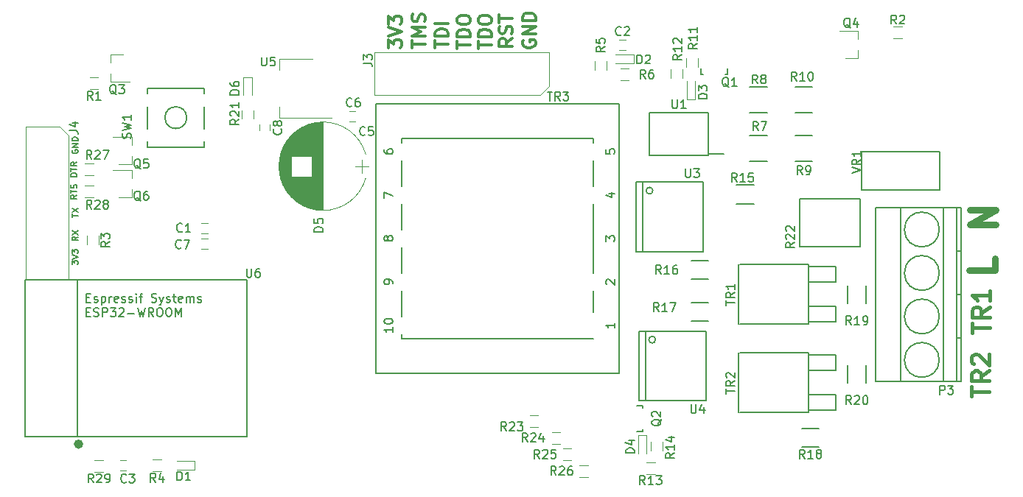
<source format=gbr>
%TF.GenerationSoftware,KiCad,Pcbnew,4.0.7*%
%TF.CreationDate,2017-11-04T19:59:08+02:00*%
%TF.ProjectId,BleTouchDimmer,426C65546F75636844696D6D65722E6B,rev?*%
%TF.FileFunction,Legend,Top*%
%FSLAX46Y46*%
G04 Gerber Fmt 4.6, Leading zero omitted, Abs format (unit mm)*
G04 Created by KiCad (PCBNEW 4.0.7) date 11/04/17 19:59:08*
%MOMM*%
%LPD*%
G01*
G04 APERTURE LIST*
%ADD10C,0.100000*%
%ADD11C,0.175000*%
%ADD12C,0.300000*%
%ADD13C,0.400000*%
%ADD14C,0.750000*%
%ADD15C,0.150000*%
%ADD16C,0.120000*%
%ADD17C,0.500000*%
G04 APERTURE END LIST*
D10*
D11*
X110044667Y-85092333D02*
X109711333Y-85325667D01*
X110044667Y-85492333D02*
X109344667Y-85492333D01*
X109344667Y-85225667D01*
X109378000Y-85159000D01*
X109411333Y-85125667D01*
X109478000Y-85092333D01*
X109578000Y-85092333D01*
X109644667Y-85125667D01*
X109678000Y-85159000D01*
X109711333Y-85225667D01*
X109711333Y-85492333D01*
X109344667Y-84892333D02*
X109344667Y-84492333D01*
X110044667Y-84692333D02*
X109344667Y-84692333D01*
X110011333Y-84292334D02*
X110044667Y-84192334D01*
X110044667Y-84025667D01*
X110011333Y-83959000D01*
X109978000Y-83925667D01*
X109911333Y-83892334D01*
X109844667Y-83892334D01*
X109778000Y-83925667D01*
X109744667Y-83959000D01*
X109711333Y-84025667D01*
X109678000Y-84159000D01*
X109644667Y-84225667D01*
X109611333Y-84259000D01*
X109544667Y-84292334D01*
X109478000Y-84292334D01*
X109411333Y-84259000D01*
X109378000Y-84225667D01*
X109344667Y-84159000D01*
X109344667Y-83992334D01*
X109378000Y-83892334D01*
X110044667Y-82968999D02*
X109344667Y-82968999D01*
X109344667Y-82802333D01*
X109378000Y-82702333D01*
X109444667Y-82635666D01*
X109511333Y-82602333D01*
X109644667Y-82568999D01*
X109744667Y-82568999D01*
X109878000Y-82602333D01*
X109944667Y-82635666D01*
X110011333Y-82702333D01*
X110044667Y-82802333D01*
X110044667Y-82968999D01*
X109344667Y-82368999D02*
X109344667Y-81968999D01*
X110044667Y-82168999D02*
X109344667Y-82168999D01*
X110044667Y-81335666D02*
X109711333Y-81569000D01*
X110044667Y-81735666D02*
X109344667Y-81735666D01*
X109344667Y-81469000D01*
X109378000Y-81402333D01*
X109411333Y-81369000D01*
X109478000Y-81335666D01*
X109578000Y-81335666D01*
X109644667Y-81369000D01*
X109678000Y-81402333D01*
X109711333Y-81469000D01*
X109711333Y-81735666D01*
X109505000Y-79908333D02*
X109471667Y-79974999D01*
X109471667Y-80074999D01*
X109505000Y-80174999D01*
X109571667Y-80241666D01*
X109638333Y-80274999D01*
X109771667Y-80308333D01*
X109871667Y-80308333D01*
X110005000Y-80274999D01*
X110071667Y-80241666D01*
X110138333Y-80174999D01*
X110171667Y-80074999D01*
X110171667Y-80008333D01*
X110138333Y-79908333D01*
X110105000Y-79874999D01*
X109871667Y-79874999D01*
X109871667Y-80008333D01*
X110171667Y-79574999D02*
X109471667Y-79574999D01*
X110171667Y-79174999D01*
X109471667Y-79174999D01*
X110171667Y-78841666D02*
X109471667Y-78841666D01*
X109471667Y-78675000D01*
X109505000Y-78575000D01*
X109571667Y-78508333D01*
X109638333Y-78475000D01*
X109771667Y-78441666D01*
X109871667Y-78441666D01*
X110005000Y-78475000D01*
X110071667Y-78508333D01*
X110138333Y-78575000D01*
X110171667Y-78675000D01*
X110171667Y-78841666D01*
X109471667Y-87655333D02*
X109471667Y-87255333D01*
X110171667Y-87455333D02*
X109471667Y-87455333D01*
X109471667Y-87088667D02*
X110171667Y-86622000D01*
X109471667Y-86622000D02*
X110171667Y-87088667D01*
X110171667Y-89905666D02*
X109838333Y-90139000D01*
X110171667Y-90305666D02*
X109471667Y-90305666D01*
X109471667Y-90039000D01*
X109505000Y-89972333D01*
X109538333Y-89939000D01*
X109605000Y-89905666D01*
X109705000Y-89905666D01*
X109771667Y-89939000D01*
X109805000Y-89972333D01*
X109838333Y-90039000D01*
X109838333Y-90305666D01*
X109471667Y-89672333D02*
X110171667Y-89205666D01*
X109471667Y-89205666D02*
X110171667Y-89672333D01*
X109471667Y-93068667D02*
X109471667Y-92635334D01*
X109738333Y-92868667D01*
X109738333Y-92768667D01*
X109771667Y-92702000D01*
X109805000Y-92668667D01*
X109871667Y-92635334D01*
X110038333Y-92635334D01*
X110105000Y-92668667D01*
X110138333Y-92702000D01*
X110171667Y-92768667D01*
X110171667Y-92968667D01*
X110138333Y-93035334D01*
X110105000Y-93068667D01*
X109471667Y-92435333D02*
X110171667Y-92202000D01*
X109471667Y-91968667D01*
X109471667Y-91802000D02*
X109471667Y-91368667D01*
X109738333Y-91602000D01*
X109738333Y-91502000D01*
X109771667Y-91435333D01*
X109805000Y-91402000D01*
X109871667Y-91368667D01*
X110038333Y-91368667D01*
X110105000Y-91402000D01*
X110138333Y-91435333D01*
X110171667Y-91502000D01*
X110171667Y-91702000D01*
X110138333Y-91768667D01*
X110105000Y-91802000D01*
D12*
X156150571Y-68258286D02*
X156150571Y-67401143D01*
X157650571Y-67829714D02*
X156150571Y-67829714D01*
X157650571Y-66901143D02*
X156150571Y-66901143D01*
X156150571Y-66544000D01*
X156222000Y-66329715D01*
X156364857Y-66186857D01*
X156507714Y-66115429D01*
X156793429Y-66044000D01*
X157007714Y-66044000D01*
X157293429Y-66115429D01*
X157436286Y-66186857D01*
X157579143Y-66329715D01*
X157650571Y-66544000D01*
X157650571Y-66901143D01*
X156150571Y-65115429D02*
X156150571Y-64829715D01*
X156222000Y-64686857D01*
X156364857Y-64544000D01*
X156650571Y-64472572D01*
X157150571Y-64472572D01*
X157436286Y-64544000D01*
X157579143Y-64686857D01*
X157650571Y-64829715D01*
X157650571Y-65115429D01*
X157579143Y-65258286D01*
X157436286Y-65401143D01*
X157150571Y-65472572D01*
X156650571Y-65472572D01*
X156364857Y-65401143D01*
X156222000Y-65258286D01*
X156150571Y-65115429D01*
X153737571Y-68258286D02*
X153737571Y-67401143D01*
X155237571Y-67829714D02*
X153737571Y-67829714D01*
X155237571Y-66901143D02*
X153737571Y-66901143D01*
X153737571Y-66544000D01*
X153809000Y-66329715D01*
X153951857Y-66186857D01*
X154094714Y-66115429D01*
X154380429Y-66044000D01*
X154594714Y-66044000D01*
X154880429Y-66115429D01*
X155023286Y-66186857D01*
X155166143Y-66329715D01*
X155237571Y-66544000D01*
X155237571Y-66901143D01*
X153737571Y-65115429D02*
X153737571Y-64829715D01*
X153809000Y-64686857D01*
X153951857Y-64544000D01*
X154237571Y-64472572D01*
X154737571Y-64472572D01*
X155023286Y-64544000D01*
X155166143Y-64686857D01*
X155237571Y-64829715D01*
X155237571Y-65115429D01*
X155166143Y-65258286D01*
X155023286Y-65401143D01*
X154737571Y-65472572D01*
X154237571Y-65472572D01*
X153951857Y-65401143D01*
X153809000Y-65258286D01*
X153737571Y-65115429D01*
X151197571Y-68210714D02*
X151197571Y-67353571D01*
X152697571Y-67782142D02*
X151197571Y-67782142D01*
X152697571Y-66853571D02*
X151197571Y-66853571D01*
X151197571Y-66496428D01*
X151269000Y-66282143D01*
X151411857Y-66139285D01*
X151554714Y-66067857D01*
X151840429Y-65996428D01*
X152054714Y-65996428D01*
X152340429Y-66067857D01*
X152483286Y-66139285D01*
X152626143Y-66282143D01*
X152697571Y-66496428D01*
X152697571Y-66853571D01*
X152697571Y-65353571D02*
X151197571Y-65353571D01*
X148530571Y-68167000D02*
X148530571Y-67309857D01*
X150030571Y-67738428D02*
X148530571Y-67738428D01*
X150030571Y-66809857D02*
X148530571Y-66809857D01*
X149602000Y-66309857D01*
X148530571Y-65809857D01*
X150030571Y-65809857D01*
X149959143Y-65167000D02*
X150030571Y-64952714D01*
X150030571Y-64595571D01*
X149959143Y-64452714D01*
X149887714Y-64381285D01*
X149744857Y-64309857D01*
X149602000Y-64309857D01*
X149459143Y-64381285D01*
X149387714Y-64452714D01*
X149316286Y-64595571D01*
X149244857Y-64881285D01*
X149173429Y-65024143D01*
X149102000Y-65095571D01*
X148959143Y-65167000D01*
X148816286Y-65167000D01*
X148673429Y-65095571D01*
X148602000Y-65024143D01*
X148530571Y-64881285D01*
X148530571Y-64524143D01*
X148602000Y-64309857D01*
X145863571Y-68151142D02*
X145863571Y-67222571D01*
X146435000Y-67722571D01*
X146435000Y-67508285D01*
X146506429Y-67365428D01*
X146577857Y-67293999D01*
X146720714Y-67222571D01*
X147077857Y-67222571D01*
X147220714Y-67293999D01*
X147292143Y-67365428D01*
X147363571Y-67508285D01*
X147363571Y-67936857D01*
X147292143Y-68079714D01*
X147220714Y-68151142D01*
X145863571Y-66794000D02*
X147363571Y-66294000D01*
X145863571Y-65794000D01*
X145863571Y-65436857D02*
X145863571Y-64508286D01*
X146435000Y-65008286D01*
X146435000Y-64794000D01*
X146506429Y-64651143D01*
X146577857Y-64579714D01*
X146720714Y-64508286D01*
X147077857Y-64508286D01*
X147220714Y-64579714D01*
X147292143Y-64651143D01*
X147363571Y-64794000D01*
X147363571Y-65222572D01*
X147292143Y-65365429D01*
X147220714Y-65436857D01*
X160063571Y-67115428D02*
X159349286Y-67615428D01*
X160063571Y-67972571D02*
X158563571Y-67972571D01*
X158563571Y-67401143D01*
X158635000Y-67258285D01*
X158706429Y-67186857D01*
X158849286Y-67115428D01*
X159063571Y-67115428D01*
X159206429Y-67186857D01*
X159277857Y-67258285D01*
X159349286Y-67401143D01*
X159349286Y-67972571D01*
X159992143Y-66544000D02*
X160063571Y-66329714D01*
X160063571Y-65972571D01*
X159992143Y-65829714D01*
X159920714Y-65758285D01*
X159777857Y-65686857D01*
X159635000Y-65686857D01*
X159492143Y-65758285D01*
X159420714Y-65829714D01*
X159349286Y-65972571D01*
X159277857Y-66258285D01*
X159206429Y-66401143D01*
X159135000Y-66472571D01*
X158992143Y-66544000D01*
X158849286Y-66544000D01*
X158706429Y-66472571D01*
X158635000Y-66401143D01*
X158563571Y-66258285D01*
X158563571Y-65901143D01*
X158635000Y-65686857D01*
X158563571Y-65258286D02*
X158563571Y-64401143D01*
X160063571Y-64829714D02*
X158563571Y-64829714D01*
X161302000Y-67309857D02*
X161230571Y-67452714D01*
X161230571Y-67667000D01*
X161302000Y-67881285D01*
X161444857Y-68024143D01*
X161587714Y-68095571D01*
X161873429Y-68167000D01*
X162087714Y-68167000D01*
X162373429Y-68095571D01*
X162516286Y-68024143D01*
X162659143Y-67881285D01*
X162730571Y-67667000D01*
X162730571Y-67524143D01*
X162659143Y-67309857D01*
X162587714Y-67238428D01*
X162087714Y-67238428D01*
X162087714Y-67524143D01*
X162730571Y-66595571D02*
X161230571Y-66595571D01*
X162730571Y-65738428D01*
X161230571Y-65738428D01*
X162730571Y-65024142D02*
X161230571Y-65024142D01*
X161230571Y-64666999D01*
X161302000Y-64452714D01*
X161444857Y-64309856D01*
X161587714Y-64238428D01*
X161873429Y-64166999D01*
X162087714Y-64166999D01*
X162373429Y-64238428D01*
X162516286Y-64309856D01*
X162659143Y-64452714D01*
X162730571Y-64666999D01*
X162730571Y-65024142D01*
D13*
X212836262Y-108251310D02*
X212836262Y-107108453D01*
X214836262Y-107679881D02*
X212836262Y-107679881D01*
X214836262Y-105298928D02*
X213883881Y-105965595D01*
X214836262Y-106441786D02*
X212836262Y-106441786D01*
X212836262Y-105679881D01*
X212931500Y-105489405D01*
X213026738Y-105394166D01*
X213217214Y-105298928D01*
X213502929Y-105298928D01*
X213693405Y-105394166D01*
X213788643Y-105489405D01*
X213883881Y-105679881D01*
X213883881Y-106441786D01*
X213026738Y-104537024D02*
X212931500Y-104441786D01*
X212836262Y-104251309D01*
X212836262Y-103775119D01*
X212931500Y-103584643D01*
X213026738Y-103489405D01*
X213217214Y-103394166D01*
X213407690Y-103394166D01*
X213693405Y-103489405D01*
X214836262Y-104632262D01*
X214836262Y-103394166D01*
X212899762Y-100948810D02*
X212899762Y-99805953D01*
X214899762Y-100377381D02*
X212899762Y-100377381D01*
X214899762Y-97996428D02*
X213947381Y-98663095D01*
X214899762Y-99139286D02*
X212899762Y-99139286D01*
X212899762Y-98377381D01*
X212995000Y-98186905D01*
X213090238Y-98091666D01*
X213280714Y-97996428D01*
X213566429Y-97996428D01*
X213756905Y-98091666D01*
X213852143Y-98186905D01*
X213947381Y-98377381D01*
X213947381Y-99139286D01*
X214899762Y-96091666D02*
X214899762Y-97234524D01*
X214899762Y-96663095D02*
X212899762Y-96663095D01*
X213185476Y-96853571D01*
X213375952Y-97044047D01*
X213471190Y-97234524D01*
D14*
X215542643Y-92352928D02*
X215542643Y-93781499D01*
X212542643Y-93781499D01*
X215606143Y-88487142D02*
X212606143Y-88487142D01*
X215606143Y-86772857D01*
X212606143Y-86772857D01*
D15*
X122662000Y-76200000D02*
G75*
G03X122662000Y-76200000I-1250000J0D01*
G01*
X118162000Y-73450000D02*
X118162000Y-72800000D01*
X118162000Y-72800000D02*
X124662000Y-72800000D01*
X124662000Y-72800000D02*
X124662000Y-73450000D01*
X118162000Y-78950000D02*
X118162000Y-79600000D01*
X118162000Y-79600000D02*
X124662000Y-79600000D01*
X124662000Y-79600000D02*
X124662000Y-78950000D01*
X118162000Y-77450000D02*
X118162000Y-74950000D01*
X124662000Y-77450000D02*
X124662000Y-74950000D01*
X187341000Y-78281000D02*
X189341000Y-78281000D01*
X189341000Y-81231000D02*
X187341000Y-81231000D01*
X187341000Y-72693000D02*
X189341000Y-72693000D01*
X189341000Y-75643000D02*
X187341000Y-75643000D01*
X192548000Y-78281000D02*
X194548000Y-78281000D01*
X194548000Y-81231000D02*
X192548000Y-81231000D01*
X192548000Y-72693000D02*
X194548000Y-72693000D01*
X194548000Y-75643000D02*
X192548000Y-75643000D01*
X182597000Y-80405000D02*
X184397000Y-80405000D01*
X175797000Y-80555000D02*
X175797000Y-75655000D01*
X182597000Y-75655000D02*
X182597000Y-80555000D01*
X175797000Y-75655000D02*
X182597000Y-75655000D01*
X175797000Y-80555000D02*
X182597000Y-80555000D01*
X181961840Y-71262240D02*
X182010100Y-71262240D01*
X184760820Y-70561200D02*
X184760820Y-71262240D01*
X184760820Y-71262240D02*
X184511900Y-71262240D01*
X181961840Y-71262240D02*
X181761180Y-71262240D01*
X181761180Y-71262240D02*
X181761180Y-70561200D01*
X176201000Y-84590000D02*
G75*
G03X176201000Y-84590000I-385000J0D01*
G01*
X175046000Y-83590000D02*
X175046000Y-91590000D01*
X181976000Y-84590000D02*
X181976000Y-83590000D01*
X181976000Y-83590000D02*
X174276000Y-83590000D01*
X174276000Y-83590000D02*
X174276000Y-91590000D01*
X174276000Y-91590000D02*
X181976000Y-91590000D01*
X181976000Y-91590000D02*
X181976000Y-84590000D01*
X175046640Y-112093960D02*
X175046640Y-112045700D01*
X174345600Y-109294980D02*
X175046640Y-109294980D01*
X175046640Y-109294980D02*
X175046640Y-109543900D01*
X175046640Y-112093960D02*
X175046640Y-112294620D01*
X175046640Y-112294620D02*
X174345600Y-112294620D01*
X187817000Y-86101500D02*
X185817000Y-86101500D01*
X185817000Y-83951500D02*
X187817000Y-83951500D01*
X182610000Y-94801000D02*
X180610000Y-94801000D01*
X180610000Y-92651000D02*
X182610000Y-92651000D01*
X182610000Y-99627000D02*
X180610000Y-99627000D01*
X180610000Y-97477000D02*
X182610000Y-97477000D01*
X195310000Y-114105000D02*
X193310000Y-114105000D01*
X193310000Y-111955000D02*
X195310000Y-111955000D01*
X198569000Y-97520000D02*
X198569000Y-95520000D01*
X200719000Y-95520000D02*
X200719000Y-97520000D01*
X198569000Y-106664000D02*
X198569000Y-104664000D01*
X200719000Y-104664000D02*
X200719000Y-106664000D01*
X176510000Y-101735000D02*
G75*
G03X176510000Y-101735000I-385000J0D01*
G01*
X175355000Y-100735000D02*
X175355000Y-108735000D01*
X182285000Y-101735000D02*
X182285000Y-100735000D01*
X182285000Y-100735000D02*
X174585000Y-100735000D01*
X174585000Y-100735000D02*
X174585000Y-108735000D01*
X174585000Y-108735000D02*
X182285000Y-108735000D01*
X182285000Y-108735000D02*
X182285000Y-101735000D01*
X211110000Y-91560000D02*
X211610000Y-91560000D01*
X209110000Y-89060000D02*
G75*
G03X209110000Y-89060000I-2000000J0D01*
G01*
X209110000Y-94060000D02*
G75*
G03X209110000Y-94060000I-2000000J0D01*
G01*
X211110000Y-96560000D02*
X211610000Y-96560000D01*
X211110000Y-101560000D02*
X211610000Y-101560000D01*
X209110000Y-99060000D02*
G75*
G03X209110000Y-99060000I-2000000J0D01*
G01*
X209110000Y-104060000D02*
G75*
G03X209110000Y-104060000I-2000000J0D01*
G01*
X209610000Y-106560000D02*
X209610000Y-86560000D01*
X204710000Y-106560000D02*
X204710000Y-86560000D01*
X211110000Y-106560000D02*
X211110000Y-86560000D01*
X211610000Y-106560000D02*
X211610000Y-86560000D01*
X211610000Y-86560000D02*
X201810000Y-86560000D01*
X201810000Y-86560000D02*
X201810000Y-106560000D01*
X201810000Y-106560000D02*
X211610000Y-106560000D01*
X194056000Y-95123000D02*
X197231000Y-95123000D01*
X197231000Y-95123000D02*
X197231000Y-93345000D01*
X197231000Y-93345000D02*
X194056000Y-93345000D01*
X194056000Y-99695000D02*
X197231000Y-99695000D01*
X197231000Y-99695000D02*
X197231000Y-97917000D01*
X197231000Y-97917000D02*
X194056000Y-97917000D01*
X187960000Y-93091000D02*
X194056000Y-93091000D01*
X194056000Y-93091000D02*
X194056000Y-99949000D01*
X194056000Y-99949000D02*
X186182000Y-99949000D01*
X186055000Y-99949000D02*
X186055000Y-93091000D01*
X186182000Y-93091000D02*
X187960000Y-93091000D01*
X194056000Y-105283000D02*
X197231000Y-105283000D01*
X197231000Y-105283000D02*
X197231000Y-103505000D01*
X197231000Y-103505000D02*
X194056000Y-103505000D01*
X194056000Y-109855000D02*
X197231000Y-109855000D01*
X197231000Y-109855000D02*
X197231000Y-108077000D01*
X197231000Y-108077000D02*
X194056000Y-108077000D01*
X187960000Y-103251000D02*
X194056000Y-103251000D01*
X194056000Y-103251000D02*
X194056000Y-110109000D01*
X194056000Y-110109000D02*
X186182000Y-110109000D01*
X186055000Y-110109000D02*
X186055000Y-103251000D01*
X186182000Y-103251000D02*
X187960000Y-103251000D01*
X169369000Y-84090000D02*
X169369000Y-81090000D01*
X169369000Y-94090000D02*
X169369000Y-86090000D01*
X169369000Y-98590000D02*
X169369000Y-96090000D01*
X147369000Y-101090000D02*
X147369000Y-101590000D01*
X147369000Y-101590000D02*
X169369000Y-101590000D01*
X147369000Y-96090000D02*
X147369000Y-99090000D01*
X147369000Y-91090000D02*
X147369000Y-94090000D01*
X147369000Y-86090000D02*
X147369000Y-89090000D01*
X147369000Y-81090000D02*
X147369000Y-84090000D01*
X169369000Y-79090000D02*
X169369000Y-78590000D01*
X169369000Y-78590000D02*
X147369000Y-78590000D01*
X147369000Y-78590000D02*
X147369000Y-79090000D01*
X144369000Y-105590000D02*
X144369000Y-74590000D01*
X144369000Y-74590000D02*
X172369000Y-74590000D01*
X172369000Y-74590000D02*
X172369000Y-105590000D01*
X172369000Y-105590000D02*
X144369000Y-105590000D01*
D16*
X173070000Y-68418000D02*
X172370000Y-68418000D01*
X172370000Y-67218000D02*
X173070000Y-67218000D01*
X141318500Y-75473000D02*
X142018500Y-75473000D01*
X142018500Y-76673000D02*
X141318500Y-76673000D01*
X132235500Y-76993000D02*
X132235500Y-77693000D01*
X131035500Y-77693000D02*
X131035500Y-76993000D01*
X130141600Y-71521800D02*
X130141600Y-73621800D01*
X129141600Y-71521800D02*
X129141600Y-73621800D01*
X130141600Y-71521800D02*
X129141600Y-71521800D01*
X164295000Y-68655000D02*
X144235000Y-68655000D01*
X164295000Y-72555000D02*
X164295000Y-68655000D01*
X144235000Y-73555000D02*
X163295000Y-73555000D01*
X144235000Y-68655000D02*
X144235000Y-73555000D01*
X163295000Y-73555000D02*
X164295000Y-72555000D01*
X104215000Y-77259000D02*
X104215000Y-94779000D01*
X108115000Y-77259000D02*
X104215000Y-77259000D01*
X109115000Y-94779000D02*
X109115000Y-78259000D01*
X104215000Y-94779000D02*
X109115000Y-94779000D01*
X109115000Y-78259000D02*
X108115000Y-77259000D01*
X113921000Y-68905000D02*
X113921000Y-69835000D01*
X113921000Y-72065000D02*
X113921000Y-71135000D01*
X113921000Y-72065000D02*
X116081000Y-72065000D01*
X113921000Y-68905000D02*
X115381000Y-68905000D01*
X199769000Y-69398000D02*
X198309000Y-69398000D01*
X199769000Y-66238000D02*
X197609000Y-66238000D01*
X199769000Y-66238000D02*
X199769000Y-67168000D01*
X199769000Y-69398000D02*
X199769000Y-68468000D01*
X116330000Y-81590000D02*
X114870000Y-81590000D01*
X116330000Y-78430000D02*
X114170000Y-78430000D01*
X116330000Y-78430000D02*
X116330000Y-79360000D01*
X116330000Y-81590000D02*
X116330000Y-80660000D01*
X116330000Y-85400000D02*
X116330000Y-84470000D01*
X116330000Y-82240000D02*
X116330000Y-83170000D01*
X116330000Y-82240000D02*
X114170000Y-82240000D01*
X116330000Y-85400000D02*
X114870000Y-85400000D01*
X129012400Y-76344400D02*
X129012400Y-75344400D01*
X130372400Y-75344400D02*
X130372400Y-76344400D01*
X162060000Y-110445000D02*
X163060000Y-110445000D01*
X163060000Y-111805000D02*
X162060000Y-111805000D01*
X165600000Y-113710000D02*
X164600000Y-113710000D01*
X164600000Y-112350000D02*
X165600000Y-112350000D01*
X165870000Y-114255000D02*
X166870000Y-114255000D01*
X166870000Y-115615000D02*
X165870000Y-115615000D01*
X167775000Y-116160000D02*
X168775000Y-116160000D01*
X168775000Y-117520000D02*
X167775000Y-117520000D01*
X110942500Y-81489000D02*
X111942500Y-81489000D01*
X111942500Y-82849000D02*
X110942500Y-82849000D01*
X111942500Y-85389000D02*
X110942500Y-85389000D01*
X110942500Y-84029000D02*
X111942500Y-84029000D01*
X113085500Y-116948500D02*
X112085500Y-116948500D01*
X112085500Y-115588500D02*
X113085500Y-115588500D01*
D15*
X200184000Y-80080000D02*
X200184000Y-84480000D01*
X209184000Y-80080000D02*
X209184000Y-84480000D01*
X200184000Y-80080000D02*
X209184000Y-80080000D01*
X200184000Y-84480000D02*
X209184000Y-84480000D01*
D16*
X124364000Y-88300000D02*
X125064000Y-88300000D01*
X125064000Y-89500000D02*
X124364000Y-89500000D01*
X115729500Y-116805000D02*
X115029500Y-116805000D01*
X115029500Y-115605000D02*
X115729500Y-115605000D01*
X124364000Y-90078000D02*
X125064000Y-90078000D01*
X125064000Y-91278000D02*
X124364000Y-91278000D01*
X123601000Y-116705000D02*
X121501000Y-116705000D01*
X123601000Y-115705000D02*
X121501000Y-115705000D01*
X123601000Y-116705000D02*
X123601000Y-115705000D01*
X174020000Y-69969000D02*
X174020000Y-68969000D01*
X174020000Y-68969000D02*
X171920000Y-68969000D01*
X174020000Y-69969000D02*
X171920000Y-69969000D01*
X180094000Y-74071000D02*
X180094000Y-71971000D01*
X181094000Y-74071000D02*
X181094000Y-71971000D01*
X180094000Y-74071000D02*
X181094000Y-74071000D01*
X175506000Y-112720600D02*
X174506000Y-112720600D01*
X174506000Y-112720600D02*
X174506000Y-114820600D01*
X175506000Y-112720600D02*
X175506000Y-114820600D01*
X111514000Y-71583000D02*
X112514000Y-71583000D01*
X112514000Y-72943000D02*
X111514000Y-72943000D01*
X203843000Y-65741000D02*
X204843000Y-65741000D01*
X204843000Y-67101000D02*
X203843000Y-67101000D01*
X111207000Y-90797000D02*
X111207000Y-89797000D01*
X112567000Y-89797000D02*
X112567000Y-90797000D01*
X118753000Y-115525000D02*
X119753000Y-115525000D01*
X119753000Y-116885000D02*
X118753000Y-116885000D01*
X170923500Y-69731000D02*
X170923500Y-70731000D01*
X169563500Y-70731000D02*
X169563500Y-69731000D01*
X173474000Y-71927000D02*
X172474000Y-71927000D01*
X172474000Y-70567000D02*
X173474000Y-70567000D01*
X180041000Y-70350000D02*
X180041000Y-69350000D01*
X181401000Y-69350000D02*
X181401000Y-70350000D01*
X179623000Y-70620000D02*
X179623000Y-71620000D01*
X178263000Y-71620000D02*
X178263000Y-70620000D01*
X176445800Y-117164400D02*
X175445800Y-117164400D01*
X175445800Y-115804400D02*
X176445800Y-115804400D01*
X175977000Y-114469800D02*
X175977000Y-113469800D01*
X177337000Y-113469800D02*
X177337000Y-114469800D01*
X139355000Y-76244500D02*
X133345000Y-76244500D01*
X137105000Y-69424500D02*
X133345000Y-69424500D01*
X133345000Y-76244500D02*
X133345000Y-74984500D01*
X133345000Y-69424500D02*
X133345000Y-70684500D01*
D17*
X110519981Y-113746000D02*
G75*
G03X110519981Y-113746000I-283981J0D01*
G01*
D15*
X110090000Y-94840000D02*
X110090000Y-112840000D01*
X104090000Y-112840000D02*
X129590000Y-112840000D01*
X104090000Y-94840000D02*
X129590000Y-94840000D01*
X129590000Y-94840000D02*
X129590000Y-112840000D01*
X104090000Y-94840000D02*
X104090000Y-112840000D01*
D16*
X133428063Y-83171264D02*
G75*
G03X143225857Y-83168000I4898437J1383264D01*
G01*
X133428063Y-80404736D02*
G75*
G02X143225857Y-80408000I4898437J-1383264D01*
G01*
X133428063Y-80404736D02*
G75*
G03X133427143Y-83168000I4898437J-1383264D01*
G01*
X138326500Y-86838000D02*
X138326500Y-76738000D01*
X138286500Y-86838000D02*
X138286500Y-76738000D01*
X138246500Y-86838000D02*
X138246500Y-76738000D01*
X138206500Y-86837000D02*
X138206500Y-76739000D01*
X138166500Y-86836000D02*
X138166500Y-76740000D01*
X138126500Y-86835000D02*
X138126500Y-76741000D01*
X138086500Y-86833000D02*
X138086500Y-76743000D01*
X138046500Y-86831000D02*
X138046500Y-76745000D01*
X138006500Y-86828000D02*
X138006500Y-76748000D01*
X137966500Y-86826000D02*
X137966500Y-76750000D01*
X137926500Y-86823000D02*
X137926500Y-76753000D01*
X137886500Y-86819000D02*
X137886500Y-76757000D01*
X137846500Y-86816000D02*
X137846500Y-76760000D01*
X137806500Y-86812000D02*
X137806500Y-76764000D01*
X137766500Y-86808000D02*
X137766500Y-76768000D01*
X137726500Y-86803000D02*
X137726500Y-76773000D01*
X137686500Y-86798000D02*
X137686500Y-76778000D01*
X137646500Y-86793000D02*
X137646500Y-76783000D01*
X137605500Y-86787000D02*
X137605500Y-76789000D01*
X137565500Y-86781000D02*
X137565500Y-76795000D01*
X137525500Y-86775000D02*
X137525500Y-76801000D01*
X137485500Y-86769000D02*
X137485500Y-76807000D01*
X137445500Y-86762000D02*
X137445500Y-76814000D01*
X137405500Y-86755000D02*
X137405500Y-76821000D01*
X137365500Y-86747000D02*
X137365500Y-76829000D01*
X137325500Y-86739000D02*
X137325500Y-76837000D01*
X137285500Y-86731000D02*
X137285500Y-76845000D01*
X137245500Y-86723000D02*
X137245500Y-76853000D01*
X137205500Y-86714000D02*
X137205500Y-76862000D01*
X137165500Y-86705000D02*
X137165500Y-76871000D01*
X137125500Y-86695000D02*
X137125500Y-76881000D01*
X137085500Y-86685000D02*
X137085500Y-76891000D01*
X137045500Y-86675000D02*
X137045500Y-76901000D01*
X137005500Y-86664000D02*
X137005500Y-82969000D01*
X137005500Y-80607000D02*
X137005500Y-76912000D01*
X136965500Y-86653000D02*
X136965500Y-82969000D01*
X136965500Y-80607000D02*
X136965500Y-76923000D01*
X136925500Y-86642000D02*
X136925500Y-82969000D01*
X136925500Y-80607000D02*
X136925500Y-76934000D01*
X136885500Y-86631000D02*
X136885500Y-82969000D01*
X136885500Y-80607000D02*
X136885500Y-76945000D01*
X136845500Y-86619000D02*
X136845500Y-82969000D01*
X136845500Y-80607000D02*
X136845500Y-76957000D01*
X136805500Y-86606000D02*
X136805500Y-82969000D01*
X136805500Y-80607000D02*
X136805500Y-76970000D01*
X136765500Y-86594000D02*
X136765500Y-82969000D01*
X136765500Y-80607000D02*
X136765500Y-76982000D01*
X136725500Y-86580000D02*
X136725500Y-82969000D01*
X136725500Y-80607000D02*
X136725500Y-76996000D01*
X136685500Y-86567000D02*
X136685500Y-82969000D01*
X136685500Y-80607000D02*
X136685500Y-77009000D01*
X136645500Y-86553000D02*
X136645500Y-82969000D01*
X136645500Y-80607000D02*
X136645500Y-77023000D01*
X136605500Y-86539000D02*
X136605500Y-82969000D01*
X136605500Y-80607000D02*
X136605500Y-77037000D01*
X136565500Y-86525000D02*
X136565500Y-82969000D01*
X136565500Y-80607000D02*
X136565500Y-77051000D01*
X136525500Y-86510000D02*
X136525500Y-82969000D01*
X136525500Y-80607000D02*
X136525500Y-77066000D01*
X136485500Y-86494000D02*
X136485500Y-82969000D01*
X136485500Y-80607000D02*
X136485500Y-77082000D01*
X136445500Y-86479000D02*
X136445500Y-82969000D01*
X136445500Y-80607000D02*
X136445500Y-77097000D01*
X136405500Y-86462000D02*
X136405500Y-82969000D01*
X136405500Y-80607000D02*
X136405500Y-77114000D01*
X136365500Y-86446000D02*
X136365500Y-82969000D01*
X136365500Y-80607000D02*
X136365500Y-77130000D01*
X136325500Y-86429000D02*
X136325500Y-82969000D01*
X136325500Y-80607000D02*
X136325500Y-77147000D01*
X136285500Y-86412000D02*
X136285500Y-82969000D01*
X136285500Y-80607000D02*
X136285500Y-77164000D01*
X136245500Y-86394000D02*
X136245500Y-82969000D01*
X136245500Y-80607000D02*
X136245500Y-77182000D01*
X136205500Y-86376000D02*
X136205500Y-82969000D01*
X136205500Y-80607000D02*
X136205500Y-77200000D01*
X136165500Y-86357000D02*
X136165500Y-82969000D01*
X136165500Y-80607000D02*
X136165500Y-77219000D01*
X136125500Y-86338000D02*
X136125500Y-82969000D01*
X136125500Y-80607000D02*
X136125500Y-77238000D01*
X136085500Y-86319000D02*
X136085500Y-82969000D01*
X136085500Y-80607000D02*
X136085500Y-77257000D01*
X136045500Y-86299000D02*
X136045500Y-82969000D01*
X136045500Y-80607000D02*
X136045500Y-77277000D01*
X136005500Y-86279000D02*
X136005500Y-82969000D01*
X136005500Y-80607000D02*
X136005500Y-77297000D01*
X135965500Y-86258000D02*
X135965500Y-82969000D01*
X135965500Y-80607000D02*
X135965500Y-77318000D01*
X135925500Y-86237000D02*
X135925500Y-82969000D01*
X135925500Y-80607000D02*
X135925500Y-77339000D01*
X135885500Y-86216000D02*
X135885500Y-82969000D01*
X135885500Y-80607000D02*
X135885500Y-77360000D01*
X135845500Y-86193000D02*
X135845500Y-82969000D01*
X135845500Y-80607000D02*
X135845500Y-77383000D01*
X135805500Y-86171000D02*
X135805500Y-82969000D01*
X135805500Y-80607000D02*
X135805500Y-77405000D01*
X135765500Y-86148000D02*
X135765500Y-82969000D01*
X135765500Y-80607000D02*
X135765500Y-77428000D01*
X135725500Y-86124000D02*
X135725500Y-82969000D01*
X135725500Y-80607000D02*
X135725500Y-77452000D01*
X135685500Y-86100000D02*
X135685500Y-82969000D01*
X135685500Y-80607000D02*
X135685500Y-77476000D01*
X135645500Y-86076000D02*
X135645500Y-82969000D01*
X135645500Y-80607000D02*
X135645500Y-77500000D01*
X135605500Y-86051000D02*
X135605500Y-82969000D01*
X135605500Y-80607000D02*
X135605500Y-77525000D01*
X135565500Y-86025000D02*
X135565500Y-82969000D01*
X135565500Y-80607000D02*
X135565500Y-77551000D01*
X135525500Y-85999000D02*
X135525500Y-82969000D01*
X135525500Y-80607000D02*
X135525500Y-77577000D01*
X135485500Y-85973000D02*
X135485500Y-82969000D01*
X135485500Y-80607000D02*
X135485500Y-77603000D01*
X135445500Y-85945000D02*
X135445500Y-82969000D01*
X135445500Y-80607000D02*
X135445500Y-77631000D01*
X135405500Y-85918000D02*
X135405500Y-82969000D01*
X135405500Y-80607000D02*
X135405500Y-77658000D01*
X135365500Y-85889000D02*
X135365500Y-82969000D01*
X135365500Y-80607000D02*
X135365500Y-77687000D01*
X135325500Y-85860000D02*
X135325500Y-82969000D01*
X135325500Y-80607000D02*
X135325500Y-77716000D01*
X135285500Y-85831000D02*
X135285500Y-82969000D01*
X135285500Y-80607000D02*
X135285500Y-77745000D01*
X135245500Y-85801000D02*
X135245500Y-82969000D01*
X135245500Y-80607000D02*
X135245500Y-77775000D01*
X135205500Y-85770000D02*
X135205500Y-82969000D01*
X135205500Y-80607000D02*
X135205500Y-77806000D01*
X135165500Y-85739000D02*
X135165500Y-82969000D01*
X135165500Y-80607000D02*
X135165500Y-77837000D01*
X135125500Y-85707000D02*
X135125500Y-82969000D01*
X135125500Y-80607000D02*
X135125500Y-77869000D01*
X135085500Y-85674000D02*
X135085500Y-82969000D01*
X135085500Y-80607000D02*
X135085500Y-77902000D01*
X135045500Y-85641000D02*
X135045500Y-82969000D01*
X135045500Y-80607000D02*
X135045500Y-77935000D01*
X135005500Y-85607000D02*
X135005500Y-82969000D01*
X135005500Y-80607000D02*
X135005500Y-77969000D01*
X134965500Y-85572000D02*
X134965500Y-82969000D01*
X134965500Y-80607000D02*
X134965500Y-78004000D01*
X134925500Y-85536000D02*
X134925500Y-82969000D01*
X134925500Y-80607000D02*
X134925500Y-78040000D01*
X134885500Y-85500000D02*
X134885500Y-82969000D01*
X134885500Y-80607000D02*
X134885500Y-78076000D01*
X134845500Y-85463000D02*
X134845500Y-82969000D01*
X134845500Y-80607000D02*
X134845500Y-78113000D01*
X134805500Y-85425000D02*
X134805500Y-82969000D01*
X134805500Y-80607000D02*
X134805500Y-78151000D01*
X134765500Y-85386000D02*
X134765500Y-82969000D01*
X134765500Y-80607000D02*
X134765500Y-78190000D01*
X134725500Y-85347000D02*
X134725500Y-82969000D01*
X134725500Y-80607000D02*
X134725500Y-78229000D01*
X134685500Y-85306000D02*
X134685500Y-82969000D01*
X134685500Y-80607000D02*
X134685500Y-78270000D01*
X134645500Y-85265000D02*
X134645500Y-78311000D01*
X134605500Y-85223000D02*
X134605500Y-78353000D01*
X134565500Y-85179000D02*
X134565500Y-78397000D01*
X134525500Y-85135000D02*
X134525500Y-78441000D01*
X134485500Y-85090000D02*
X134485500Y-78486000D01*
X134445500Y-85043000D02*
X134445500Y-78533000D01*
X134405500Y-84995000D02*
X134405500Y-78581000D01*
X134365500Y-84946000D02*
X134365500Y-78630000D01*
X134325500Y-84896000D02*
X134325500Y-78680000D01*
X134285500Y-84845000D02*
X134285500Y-78731000D01*
X134245500Y-84792000D02*
X134245500Y-78784000D01*
X134205500Y-84737000D02*
X134205500Y-78839000D01*
X134165500Y-84682000D02*
X134165500Y-78894000D01*
X134125500Y-84624000D02*
X134125500Y-78952000D01*
X134085500Y-84565000D02*
X134085500Y-79011000D01*
X134045500Y-84503000D02*
X134045500Y-79073000D01*
X134005500Y-84440000D02*
X134005500Y-79136000D01*
X133965500Y-84375000D02*
X133965500Y-79201000D01*
X133925500Y-84307000D02*
X133925500Y-79269000D01*
X133885500Y-84237000D02*
X133885500Y-79339000D01*
X133845500Y-84165000D02*
X133845500Y-79411000D01*
X133805500Y-84089000D02*
X133805500Y-79487000D01*
X133765500Y-84010000D02*
X133765500Y-79566000D01*
X133725500Y-83928000D02*
X133725500Y-79648000D01*
X133685500Y-83841000D02*
X133685500Y-79735000D01*
X133645500Y-83750000D02*
X133645500Y-79826000D01*
X133605500Y-83654000D02*
X133605500Y-79922000D01*
X133565500Y-83551000D02*
X133565500Y-80025000D01*
X133525500Y-83442000D02*
X133525500Y-80134000D01*
X133485500Y-83324000D02*
X133485500Y-80252000D01*
X133445500Y-83195000D02*
X133445500Y-80381000D01*
X133405500Y-83053000D02*
X133405500Y-80523000D01*
X133365500Y-82892000D02*
X133365500Y-80684000D01*
X133325500Y-82701000D02*
X133325500Y-80875000D01*
X133285500Y-82460000D02*
X133285500Y-81116000D01*
X133245500Y-82067000D02*
X133245500Y-81509000D01*
X143526500Y-81788000D02*
X142026500Y-81788000D01*
X142776500Y-82538000D02*
X142776500Y-81038000D01*
D15*
X193056000Y-91018000D02*
X200056000Y-91018000D01*
X193056000Y-85518000D02*
X200056000Y-85518000D01*
X200056000Y-85518000D02*
X200056000Y-91018000D01*
X193056000Y-85518000D02*
X193056000Y-91018000D01*
X116228762Y-78549333D02*
X116276381Y-78406476D01*
X116276381Y-78168380D01*
X116228762Y-78073142D01*
X116181143Y-78025523D01*
X116085905Y-77977904D01*
X115990667Y-77977904D01*
X115895429Y-78025523D01*
X115847810Y-78073142D01*
X115800190Y-78168380D01*
X115752571Y-78358857D01*
X115704952Y-78454095D01*
X115657333Y-78501714D01*
X115562095Y-78549333D01*
X115466857Y-78549333D01*
X115371619Y-78501714D01*
X115324000Y-78454095D01*
X115276381Y-78358857D01*
X115276381Y-78120761D01*
X115324000Y-77977904D01*
X115276381Y-77644571D02*
X116276381Y-77406476D01*
X115562095Y-77215999D01*
X116276381Y-77025523D01*
X115276381Y-76787428D01*
X116276381Y-75882666D02*
X116276381Y-76454095D01*
X116276381Y-76168381D02*
X115276381Y-76168381D01*
X115419238Y-76263619D01*
X115514476Y-76358857D01*
X115562095Y-76454095D01*
X188301334Y-77668381D02*
X187968000Y-77192190D01*
X187729905Y-77668381D02*
X187729905Y-76668381D01*
X188110858Y-76668381D01*
X188206096Y-76716000D01*
X188253715Y-76763619D01*
X188301334Y-76858857D01*
X188301334Y-77001714D01*
X188253715Y-77096952D01*
X188206096Y-77144571D01*
X188110858Y-77192190D01*
X187729905Y-77192190D01*
X188634667Y-76668381D02*
X189301334Y-76668381D01*
X188872762Y-77668381D01*
X188237834Y-72270881D02*
X187904500Y-71794690D01*
X187666405Y-72270881D02*
X187666405Y-71270881D01*
X188047358Y-71270881D01*
X188142596Y-71318500D01*
X188190215Y-71366119D01*
X188237834Y-71461357D01*
X188237834Y-71604214D01*
X188190215Y-71699452D01*
X188142596Y-71747071D01*
X188047358Y-71794690D01*
X187666405Y-71794690D01*
X188809262Y-71699452D02*
X188714024Y-71651833D01*
X188666405Y-71604214D01*
X188618786Y-71508976D01*
X188618786Y-71461357D01*
X188666405Y-71366119D01*
X188714024Y-71318500D01*
X188809262Y-71270881D01*
X188999739Y-71270881D01*
X189094977Y-71318500D01*
X189142596Y-71366119D01*
X189190215Y-71461357D01*
X189190215Y-71508976D01*
X189142596Y-71604214D01*
X189094977Y-71651833D01*
X188999739Y-71699452D01*
X188809262Y-71699452D01*
X188714024Y-71747071D01*
X188666405Y-71794690D01*
X188618786Y-71889929D01*
X188618786Y-72080405D01*
X188666405Y-72175643D01*
X188714024Y-72223262D01*
X188809262Y-72270881D01*
X188999739Y-72270881D01*
X189094977Y-72223262D01*
X189142596Y-72175643D01*
X189190215Y-72080405D01*
X189190215Y-71889929D01*
X189142596Y-71794690D01*
X189094977Y-71747071D01*
X188999739Y-71699452D01*
X193381334Y-82748381D02*
X193048000Y-82272190D01*
X192809905Y-82748381D02*
X192809905Y-81748381D01*
X193190858Y-81748381D01*
X193286096Y-81796000D01*
X193333715Y-81843619D01*
X193381334Y-81938857D01*
X193381334Y-82081714D01*
X193333715Y-82176952D01*
X193286096Y-82224571D01*
X193190858Y-82272190D01*
X192809905Y-82272190D01*
X193857524Y-82748381D02*
X194048000Y-82748381D01*
X194143239Y-82700762D01*
X194190858Y-82653143D01*
X194286096Y-82510286D01*
X194333715Y-82319810D01*
X194333715Y-81938857D01*
X194286096Y-81843619D01*
X194238477Y-81796000D01*
X194143239Y-81748381D01*
X193952762Y-81748381D01*
X193857524Y-81796000D01*
X193809905Y-81843619D01*
X193762286Y-81938857D01*
X193762286Y-82176952D01*
X193809905Y-82272190D01*
X193857524Y-82319810D01*
X193952762Y-82367429D01*
X194143239Y-82367429D01*
X194238477Y-82319810D01*
X194286096Y-82272190D01*
X194333715Y-82176952D01*
X192714643Y-71953381D02*
X192381309Y-71477190D01*
X192143214Y-71953381D02*
X192143214Y-70953381D01*
X192524167Y-70953381D01*
X192619405Y-71001000D01*
X192667024Y-71048619D01*
X192714643Y-71143857D01*
X192714643Y-71286714D01*
X192667024Y-71381952D01*
X192619405Y-71429571D01*
X192524167Y-71477190D01*
X192143214Y-71477190D01*
X193667024Y-71953381D02*
X193095595Y-71953381D01*
X193381309Y-71953381D02*
X193381309Y-70953381D01*
X193286071Y-71096238D01*
X193190833Y-71191476D01*
X193095595Y-71239095D01*
X194286071Y-70953381D02*
X194381310Y-70953381D01*
X194476548Y-71001000D01*
X194524167Y-71048619D01*
X194571786Y-71143857D01*
X194619405Y-71334333D01*
X194619405Y-71572429D01*
X194571786Y-71762905D01*
X194524167Y-71858143D01*
X194476548Y-71905762D01*
X194381310Y-71953381D01*
X194286071Y-71953381D01*
X194190833Y-71905762D01*
X194143214Y-71858143D01*
X194095595Y-71762905D01*
X194047976Y-71572429D01*
X194047976Y-71334333D01*
X194095595Y-71143857D01*
X194143214Y-71048619D01*
X194190833Y-71001000D01*
X194286071Y-70953381D01*
X178435095Y-74128381D02*
X178435095Y-74937905D01*
X178482714Y-75033143D01*
X178530333Y-75080762D01*
X178625571Y-75128381D01*
X178816048Y-75128381D01*
X178911286Y-75080762D01*
X178958905Y-75033143D01*
X179006524Y-74937905D01*
X179006524Y-74128381D01*
X180006524Y-75128381D02*
X179435095Y-75128381D01*
X179720809Y-75128381D02*
X179720809Y-74128381D01*
X179625571Y-74271238D01*
X179530333Y-74366476D01*
X179435095Y-74414095D01*
X184943762Y-72683619D02*
X184848524Y-72636000D01*
X184753286Y-72540762D01*
X184610429Y-72397905D01*
X184515190Y-72350286D01*
X184419952Y-72350286D01*
X184467571Y-72588381D02*
X184372333Y-72540762D01*
X184277095Y-72445524D01*
X184229476Y-72255048D01*
X184229476Y-71921714D01*
X184277095Y-71731238D01*
X184372333Y-71636000D01*
X184467571Y-71588381D01*
X184658048Y-71588381D01*
X184753286Y-71636000D01*
X184848524Y-71731238D01*
X184896143Y-71921714D01*
X184896143Y-72255048D01*
X184848524Y-72445524D01*
X184753286Y-72540762D01*
X184658048Y-72588381D01*
X184467571Y-72588381D01*
X185848524Y-72588381D02*
X185277095Y-72588381D01*
X185562809Y-72588381D02*
X185562809Y-71588381D01*
X185467571Y-71731238D01*
X185372333Y-71826476D01*
X185277095Y-71874095D01*
X179959095Y-82065881D02*
X179959095Y-82875405D01*
X180006714Y-82970643D01*
X180054333Y-83018262D01*
X180149571Y-83065881D01*
X180340048Y-83065881D01*
X180435286Y-83018262D01*
X180482905Y-82970643D01*
X180530524Y-82875405D01*
X180530524Y-82065881D01*
X180911476Y-82065881D02*
X181530524Y-82065881D01*
X181197190Y-82446833D01*
X181340048Y-82446833D01*
X181435286Y-82494452D01*
X181482905Y-82542071D01*
X181530524Y-82637310D01*
X181530524Y-82875405D01*
X181482905Y-82970643D01*
X181435286Y-83018262D01*
X181340048Y-83065881D01*
X181054333Y-83065881D01*
X180959095Y-83018262D01*
X180911476Y-82970643D01*
X177194019Y-110890038D02*
X177146400Y-110985276D01*
X177051162Y-111080514D01*
X176908305Y-111223371D01*
X176860686Y-111318610D01*
X176860686Y-111413848D01*
X177098781Y-111366229D02*
X177051162Y-111461467D01*
X176955924Y-111556705D01*
X176765448Y-111604324D01*
X176432114Y-111604324D01*
X176241638Y-111556705D01*
X176146400Y-111461467D01*
X176098781Y-111366229D01*
X176098781Y-111175752D01*
X176146400Y-111080514D01*
X176241638Y-110985276D01*
X176432114Y-110937657D01*
X176765448Y-110937657D01*
X176955924Y-110985276D01*
X177051162Y-111080514D01*
X177098781Y-111175752D01*
X177098781Y-111366229D01*
X176194019Y-110556705D02*
X176146400Y-110509086D01*
X176098781Y-110413848D01*
X176098781Y-110175752D01*
X176146400Y-110080514D01*
X176194019Y-110032895D01*
X176289257Y-109985276D01*
X176384495Y-109985276D01*
X176527352Y-110032895D01*
X177098781Y-110604324D01*
X177098781Y-109985276D01*
X185856643Y-83573881D02*
X185523309Y-83097690D01*
X185285214Y-83573881D02*
X185285214Y-82573881D01*
X185666167Y-82573881D01*
X185761405Y-82621500D01*
X185809024Y-82669119D01*
X185856643Y-82764357D01*
X185856643Y-82907214D01*
X185809024Y-83002452D01*
X185761405Y-83050071D01*
X185666167Y-83097690D01*
X185285214Y-83097690D01*
X186809024Y-83573881D02*
X186237595Y-83573881D01*
X186523309Y-83573881D02*
X186523309Y-82573881D01*
X186428071Y-82716738D01*
X186332833Y-82811976D01*
X186237595Y-82859595D01*
X187713786Y-82573881D02*
X187237595Y-82573881D01*
X187189976Y-83050071D01*
X187237595Y-83002452D01*
X187332833Y-82954833D01*
X187570929Y-82954833D01*
X187666167Y-83002452D01*
X187713786Y-83050071D01*
X187761405Y-83145310D01*
X187761405Y-83383405D01*
X187713786Y-83478643D01*
X187666167Y-83526262D01*
X187570929Y-83573881D01*
X187332833Y-83573881D01*
X187237595Y-83526262D01*
X187189976Y-83478643D01*
X177157143Y-94178381D02*
X176823809Y-93702190D01*
X176585714Y-94178381D02*
X176585714Y-93178381D01*
X176966667Y-93178381D01*
X177061905Y-93226000D01*
X177109524Y-93273619D01*
X177157143Y-93368857D01*
X177157143Y-93511714D01*
X177109524Y-93606952D01*
X177061905Y-93654571D01*
X176966667Y-93702190D01*
X176585714Y-93702190D01*
X178109524Y-94178381D02*
X177538095Y-94178381D01*
X177823809Y-94178381D02*
X177823809Y-93178381D01*
X177728571Y-93321238D01*
X177633333Y-93416476D01*
X177538095Y-93464095D01*
X178966667Y-93178381D02*
X178776190Y-93178381D01*
X178680952Y-93226000D01*
X178633333Y-93273619D01*
X178538095Y-93416476D01*
X178490476Y-93606952D01*
X178490476Y-93987905D01*
X178538095Y-94083143D01*
X178585714Y-94130762D01*
X178680952Y-94178381D01*
X178871429Y-94178381D01*
X178966667Y-94130762D01*
X179014286Y-94083143D01*
X179061905Y-93987905D01*
X179061905Y-93749810D01*
X179014286Y-93654571D01*
X178966667Y-93606952D01*
X178871429Y-93559333D01*
X178680952Y-93559333D01*
X178585714Y-93606952D01*
X178538095Y-93654571D01*
X178490476Y-93749810D01*
X176903143Y-98496381D02*
X176569809Y-98020190D01*
X176331714Y-98496381D02*
X176331714Y-97496381D01*
X176712667Y-97496381D01*
X176807905Y-97544000D01*
X176855524Y-97591619D01*
X176903143Y-97686857D01*
X176903143Y-97829714D01*
X176855524Y-97924952D01*
X176807905Y-97972571D01*
X176712667Y-98020190D01*
X176331714Y-98020190D01*
X177855524Y-98496381D02*
X177284095Y-98496381D01*
X177569809Y-98496381D02*
X177569809Y-97496381D01*
X177474571Y-97639238D01*
X177379333Y-97734476D01*
X177284095Y-97782095D01*
X178188857Y-97496381D02*
X178855524Y-97496381D01*
X178426952Y-98496381D01*
X193667143Y-115387381D02*
X193333809Y-114911190D01*
X193095714Y-115387381D02*
X193095714Y-114387381D01*
X193476667Y-114387381D01*
X193571905Y-114435000D01*
X193619524Y-114482619D01*
X193667143Y-114577857D01*
X193667143Y-114720714D01*
X193619524Y-114815952D01*
X193571905Y-114863571D01*
X193476667Y-114911190D01*
X193095714Y-114911190D01*
X194619524Y-115387381D02*
X194048095Y-115387381D01*
X194333809Y-115387381D02*
X194333809Y-114387381D01*
X194238571Y-114530238D01*
X194143333Y-114625476D01*
X194048095Y-114673095D01*
X195190952Y-114815952D02*
X195095714Y-114768333D01*
X195048095Y-114720714D01*
X195000476Y-114625476D01*
X195000476Y-114577857D01*
X195048095Y-114482619D01*
X195095714Y-114435000D01*
X195190952Y-114387381D01*
X195381429Y-114387381D01*
X195476667Y-114435000D01*
X195524286Y-114482619D01*
X195571905Y-114577857D01*
X195571905Y-114625476D01*
X195524286Y-114720714D01*
X195476667Y-114768333D01*
X195381429Y-114815952D01*
X195190952Y-114815952D01*
X195095714Y-114863571D01*
X195048095Y-114911190D01*
X195000476Y-115006429D01*
X195000476Y-115196905D01*
X195048095Y-115292143D01*
X195095714Y-115339762D01*
X195190952Y-115387381D01*
X195381429Y-115387381D01*
X195476667Y-115339762D01*
X195524286Y-115292143D01*
X195571905Y-115196905D01*
X195571905Y-115006429D01*
X195524286Y-114911190D01*
X195476667Y-114863571D01*
X195381429Y-114815952D01*
X199001143Y-100020381D02*
X198667809Y-99544190D01*
X198429714Y-100020381D02*
X198429714Y-99020381D01*
X198810667Y-99020381D01*
X198905905Y-99068000D01*
X198953524Y-99115619D01*
X199001143Y-99210857D01*
X199001143Y-99353714D01*
X198953524Y-99448952D01*
X198905905Y-99496571D01*
X198810667Y-99544190D01*
X198429714Y-99544190D01*
X199953524Y-100020381D02*
X199382095Y-100020381D01*
X199667809Y-100020381D02*
X199667809Y-99020381D01*
X199572571Y-99163238D01*
X199477333Y-99258476D01*
X199382095Y-99306095D01*
X200429714Y-100020381D02*
X200620190Y-100020381D01*
X200715429Y-99972762D01*
X200763048Y-99925143D01*
X200858286Y-99782286D01*
X200905905Y-99591810D01*
X200905905Y-99210857D01*
X200858286Y-99115619D01*
X200810667Y-99068000D01*
X200715429Y-99020381D01*
X200524952Y-99020381D01*
X200429714Y-99068000D01*
X200382095Y-99115619D01*
X200334476Y-99210857D01*
X200334476Y-99448952D01*
X200382095Y-99544190D01*
X200429714Y-99591810D01*
X200524952Y-99639429D01*
X200715429Y-99639429D01*
X200810667Y-99591810D01*
X200858286Y-99544190D01*
X200905905Y-99448952D01*
X199001143Y-109164381D02*
X198667809Y-108688190D01*
X198429714Y-109164381D02*
X198429714Y-108164381D01*
X198810667Y-108164381D01*
X198905905Y-108212000D01*
X198953524Y-108259619D01*
X199001143Y-108354857D01*
X199001143Y-108497714D01*
X198953524Y-108592952D01*
X198905905Y-108640571D01*
X198810667Y-108688190D01*
X198429714Y-108688190D01*
X199382095Y-108259619D02*
X199429714Y-108212000D01*
X199524952Y-108164381D01*
X199763048Y-108164381D01*
X199858286Y-108212000D01*
X199905905Y-108259619D01*
X199953524Y-108354857D01*
X199953524Y-108450095D01*
X199905905Y-108592952D01*
X199334476Y-109164381D01*
X199953524Y-109164381D01*
X200572571Y-108164381D02*
X200667810Y-108164381D01*
X200763048Y-108212000D01*
X200810667Y-108259619D01*
X200858286Y-108354857D01*
X200905905Y-108545333D01*
X200905905Y-108783429D01*
X200858286Y-108973905D01*
X200810667Y-109069143D01*
X200763048Y-109116762D01*
X200667810Y-109164381D01*
X200572571Y-109164381D01*
X200477333Y-109116762D01*
X200429714Y-109069143D01*
X200382095Y-108973905D01*
X200334476Y-108783429D01*
X200334476Y-108545333D01*
X200382095Y-108354857D01*
X200429714Y-108259619D01*
X200477333Y-108212000D01*
X200572571Y-108164381D01*
X180594095Y-109180381D02*
X180594095Y-109989905D01*
X180641714Y-110085143D01*
X180689333Y-110132762D01*
X180784571Y-110180381D01*
X180975048Y-110180381D01*
X181070286Y-110132762D01*
X181117905Y-110085143D01*
X181165524Y-109989905D01*
X181165524Y-109180381D01*
X182070286Y-109513714D02*
X182070286Y-110180381D01*
X181832190Y-109132762D02*
X181594095Y-109847048D01*
X182213143Y-109847048D01*
X138310881Y-89320595D02*
X137310881Y-89320595D01*
X137310881Y-89082500D01*
X137358500Y-88939642D01*
X137453738Y-88844404D01*
X137548976Y-88796785D01*
X137739452Y-88749166D01*
X137882310Y-88749166D01*
X138072786Y-88796785D01*
X138168024Y-88844404D01*
X138263262Y-88939642D01*
X138310881Y-89082500D01*
X138310881Y-89320595D01*
X137310881Y-87844404D02*
X137310881Y-88320595D01*
X137787071Y-88368214D01*
X137739452Y-88320595D01*
X137691833Y-88225357D01*
X137691833Y-87987261D01*
X137739452Y-87892023D01*
X137787071Y-87844404D01*
X137882310Y-87796785D01*
X138120405Y-87796785D01*
X138215643Y-87844404D01*
X138263262Y-87892023D01*
X138310881Y-87987261D01*
X138310881Y-88225357D01*
X138263262Y-88320595D01*
X138215643Y-88368214D01*
X209192905Y-108021381D02*
X209192905Y-107021381D01*
X209573858Y-107021381D01*
X209669096Y-107069000D01*
X209716715Y-107116619D01*
X209764334Y-107211857D01*
X209764334Y-107354714D01*
X209716715Y-107449952D01*
X209669096Y-107497571D01*
X209573858Y-107545190D01*
X209192905Y-107545190D01*
X210097667Y-107021381D02*
X210716715Y-107021381D01*
X210383381Y-107402333D01*
X210526239Y-107402333D01*
X210621477Y-107449952D01*
X210669096Y-107497571D01*
X210716715Y-107592810D01*
X210716715Y-107830905D01*
X210669096Y-107926143D01*
X210621477Y-107973762D01*
X210526239Y-108021381D01*
X210240524Y-108021381D01*
X210145286Y-107973762D01*
X210097667Y-107926143D01*
X184618381Y-97781905D02*
X184618381Y-97210476D01*
X185618381Y-97496191D02*
X184618381Y-97496191D01*
X185618381Y-96305714D02*
X185142190Y-96639048D01*
X185618381Y-96877143D02*
X184618381Y-96877143D01*
X184618381Y-96496190D01*
X184666000Y-96400952D01*
X184713619Y-96353333D01*
X184808857Y-96305714D01*
X184951714Y-96305714D01*
X185046952Y-96353333D01*
X185094571Y-96400952D01*
X185142190Y-96496190D01*
X185142190Y-96877143D01*
X185618381Y-95353333D02*
X185618381Y-95924762D01*
X185618381Y-95639048D02*
X184618381Y-95639048D01*
X184761238Y-95734286D01*
X184856476Y-95829524D01*
X184904095Y-95924762D01*
X184618381Y-107941905D02*
X184618381Y-107370476D01*
X185618381Y-107656191D02*
X184618381Y-107656191D01*
X185618381Y-106465714D02*
X185142190Y-106799048D01*
X185618381Y-107037143D02*
X184618381Y-107037143D01*
X184618381Y-106656190D01*
X184666000Y-106560952D01*
X184713619Y-106513333D01*
X184808857Y-106465714D01*
X184951714Y-106465714D01*
X185046952Y-106513333D01*
X185094571Y-106560952D01*
X185142190Y-106656190D01*
X185142190Y-107037143D01*
X184713619Y-106084762D02*
X184666000Y-106037143D01*
X184618381Y-105941905D01*
X184618381Y-105703809D01*
X184666000Y-105608571D01*
X184713619Y-105560952D01*
X184808857Y-105513333D01*
X184904095Y-105513333D01*
X185046952Y-105560952D01*
X185618381Y-106132381D01*
X185618381Y-105513333D01*
X164092095Y-73239381D02*
X164663524Y-73239381D01*
X164377809Y-74239381D02*
X164377809Y-73239381D01*
X165568286Y-74239381D02*
X165234952Y-73763190D01*
X164996857Y-74239381D02*
X164996857Y-73239381D01*
X165377810Y-73239381D01*
X165473048Y-73287000D01*
X165520667Y-73334619D01*
X165568286Y-73429857D01*
X165568286Y-73572714D01*
X165520667Y-73667952D01*
X165473048Y-73715571D01*
X165377810Y-73763190D01*
X164996857Y-73763190D01*
X165901619Y-73239381D02*
X166520667Y-73239381D01*
X166187333Y-73620333D01*
X166330191Y-73620333D01*
X166425429Y-73667952D01*
X166473048Y-73715571D01*
X166520667Y-73810810D01*
X166520667Y-74048905D01*
X166473048Y-74144143D01*
X166425429Y-74191762D01*
X166330191Y-74239381D01*
X166044476Y-74239381D01*
X165949238Y-74191762D01*
X165901619Y-74144143D01*
X146321381Y-100280476D02*
X146321381Y-100851905D01*
X146321381Y-100566191D02*
X145321381Y-100566191D01*
X145464238Y-100661429D01*
X145559476Y-100756667D01*
X145607095Y-100851905D01*
X145321381Y-99661429D02*
X145321381Y-99566190D01*
X145369000Y-99470952D01*
X145416619Y-99423333D01*
X145511857Y-99375714D01*
X145702333Y-99328095D01*
X145940429Y-99328095D01*
X146130905Y-99375714D01*
X146226143Y-99423333D01*
X146273762Y-99470952D01*
X146321381Y-99566190D01*
X146321381Y-99661429D01*
X146273762Y-99756667D01*
X146226143Y-99804286D01*
X146130905Y-99851905D01*
X145940429Y-99899524D01*
X145702333Y-99899524D01*
X145511857Y-99851905D01*
X145416619Y-99804286D01*
X145369000Y-99756667D01*
X145321381Y-99661429D01*
X146321381Y-95280476D02*
X146321381Y-95090000D01*
X146273762Y-94994761D01*
X146226143Y-94947142D01*
X146083286Y-94851904D01*
X145892810Y-94804285D01*
X145511857Y-94804285D01*
X145416619Y-94851904D01*
X145369000Y-94899523D01*
X145321381Y-94994761D01*
X145321381Y-95185238D01*
X145369000Y-95280476D01*
X145416619Y-95328095D01*
X145511857Y-95375714D01*
X145749952Y-95375714D01*
X145845190Y-95328095D01*
X145892810Y-95280476D01*
X145940429Y-95185238D01*
X145940429Y-94994761D01*
X145892810Y-94899523D01*
X145845190Y-94851904D01*
X145749952Y-94804285D01*
X145749952Y-90185238D02*
X145702333Y-90280476D01*
X145654714Y-90328095D01*
X145559476Y-90375714D01*
X145511857Y-90375714D01*
X145416619Y-90328095D01*
X145369000Y-90280476D01*
X145321381Y-90185238D01*
X145321381Y-89994761D01*
X145369000Y-89899523D01*
X145416619Y-89851904D01*
X145511857Y-89804285D01*
X145559476Y-89804285D01*
X145654714Y-89851904D01*
X145702333Y-89899523D01*
X145749952Y-89994761D01*
X145749952Y-90185238D01*
X145797571Y-90280476D01*
X145845190Y-90328095D01*
X145940429Y-90375714D01*
X146130905Y-90375714D01*
X146226143Y-90328095D01*
X146273762Y-90280476D01*
X146321381Y-90185238D01*
X146321381Y-89994761D01*
X146273762Y-89899523D01*
X146226143Y-89851904D01*
X146130905Y-89804285D01*
X145940429Y-89804285D01*
X145845190Y-89851904D01*
X145797571Y-89899523D01*
X145749952Y-89994761D01*
X145321381Y-85423333D02*
X145321381Y-84756666D01*
X146321381Y-85185238D01*
X145321381Y-79899523D02*
X145321381Y-80090000D01*
X145369000Y-80185238D01*
X145416619Y-80232857D01*
X145559476Y-80328095D01*
X145749952Y-80375714D01*
X146130905Y-80375714D01*
X146226143Y-80328095D01*
X146273762Y-80280476D01*
X146321381Y-80185238D01*
X146321381Y-79994761D01*
X146273762Y-79899523D01*
X146226143Y-79851904D01*
X146130905Y-79804285D01*
X145892810Y-79804285D01*
X145797571Y-79851904D01*
X145749952Y-79899523D01*
X145702333Y-79994761D01*
X145702333Y-80185238D01*
X145749952Y-80280476D01*
X145797571Y-80328095D01*
X145892810Y-80375714D01*
X170821381Y-79851904D02*
X170821381Y-80328095D01*
X171297571Y-80375714D01*
X171249952Y-80328095D01*
X171202333Y-80232857D01*
X171202333Y-79994761D01*
X171249952Y-79899523D01*
X171297571Y-79851904D01*
X171392810Y-79804285D01*
X171630905Y-79804285D01*
X171726143Y-79851904D01*
X171773762Y-79899523D01*
X171821381Y-79994761D01*
X171821381Y-80232857D01*
X171773762Y-80328095D01*
X171726143Y-80375714D01*
X171154714Y-84899523D02*
X171821381Y-84899523D01*
X170773762Y-85137619D02*
X171488048Y-85375714D01*
X171488048Y-84756666D01*
X170821381Y-90423333D02*
X170821381Y-89804285D01*
X171202333Y-90137619D01*
X171202333Y-89994761D01*
X171249952Y-89899523D01*
X171297571Y-89851904D01*
X171392810Y-89804285D01*
X171630905Y-89804285D01*
X171726143Y-89851904D01*
X171773762Y-89899523D01*
X171821381Y-89994761D01*
X171821381Y-90280476D01*
X171773762Y-90375714D01*
X171726143Y-90423333D01*
X170916619Y-95375714D02*
X170869000Y-95328095D01*
X170821381Y-95232857D01*
X170821381Y-94994761D01*
X170869000Y-94899523D01*
X170916619Y-94851904D01*
X171011857Y-94804285D01*
X171107095Y-94804285D01*
X171249952Y-94851904D01*
X171821381Y-95423333D01*
X171821381Y-94804285D01*
X171821381Y-99804285D02*
X171821381Y-100375714D01*
X171821381Y-100090000D02*
X170821381Y-100090000D01*
X170964238Y-100185238D01*
X171059476Y-100280476D01*
X171107095Y-100375714D01*
X172553334Y-66651143D02*
X172505715Y-66698762D01*
X172362858Y-66746381D01*
X172267620Y-66746381D01*
X172124762Y-66698762D01*
X172029524Y-66603524D01*
X171981905Y-66508286D01*
X171934286Y-66317810D01*
X171934286Y-66174952D01*
X171981905Y-65984476D01*
X172029524Y-65889238D01*
X172124762Y-65794000D01*
X172267620Y-65746381D01*
X172362858Y-65746381D01*
X172505715Y-65794000D01*
X172553334Y-65841619D01*
X172934286Y-65841619D02*
X172981905Y-65794000D01*
X173077143Y-65746381D01*
X173315239Y-65746381D01*
X173410477Y-65794000D01*
X173458096Y-65841619D01*
X173505715Y-65936857D01*
X173505715Y-66032095D01*
X173458096Y-66174952D01*
X172886667Y-66746381D01*
X173505715Y-66746381D01*
X141628834Y-74842643D02*
X141581215Y-74890262D01*
X141438358Y-74937881D01*
X141343120Y-74937881D01*
X141200262Y-74890262D01*
X141105024Y-74795024D01*
X141057405Y-74699786D01*
X141009786Y-74509310D01*
X141009786Y-74366452D01*
X141057405Y-74175976D01*
X141105024Y-74080738D01*
X141200262Y-73985500D01*
X141343120Y-73937881D01*
X141438358Y-73937881D01*
X141581215Y-73985500D01*
X141628834Y-74033119D01*
X142485977Y-73937881D02*
X142295500Y-73937881D01*
X142200262Y-73985500D01*
X142152643Y-74033119D01*
X142057405Y-74175976D01*
X142009786Y-74366452D01*
X142009786Y-74747405D01*
X142057405Y-74842643D01*
X142105024Y-74890262D01*
X142200262Y-74937881D01*
X142390739Y-74937881D01*
X142485977Y-74890262D01*
X142533596Y-74842643D01*
X142581215Y-74747405D01*
X142581215Y-74509310D01*
X142533596Y-74414071D01*
X142485977Y-74366452D01*
X142390739Y-74318833D01*
X142200262Y-74318833D01*
X142105024Y-74366452D01*
X142057405Y-74414071D01*
X142009786Y-74509310D01*
X133492643Y-77509666D02*
X133540262Y-77557285D01*
X133587881Y-77700142D01*
X133587881Y-77795380D01*
X133540262Y-77938238D01*
X133445024Y-78033476D01*
X133349786Y-78081095D01*
X133159310Y-78128714D01*
X133016452Y-78128714D01*
X132825976Y-78081095D01*
X132730738Y-78033476D01*
X132635500Y-77938238D01*
X132587881Y-77795380D01*
X132587881Y-77700142D01*
X132635500Y-77557285D01*
X132683119Y-77509666D01*
X133016452Y-76938238D02*
X132968833Y-77033476D01*
X132921214Y-77081095D01*
X132825976Y-77128714D01*
X132778357Y-77128714D01*
X132683119Y-77081095D01*
X132635500Y-77033476D01*
X132587881Y-76938238D01*
X132587881Y-76747761D01*
X132635500Y-76652523D01*
X132683119Y-76604904D01*
X132778357Y-76557285D01*
X132825976Y-76557285D01*
X132921214Y-76604904D01*
X132968833Y-76652523D01*
X133016452Y-76747761D01*
X133016452Y-76938238D01*
X133064071Y-77033476D01*
X133111690Y-77081095D01*
X133206929Y-77128714D01*
X133397405Y-77128714D01*
X133492643Y-77081095D01*
X133540262Y-77033476D01*
X133587881Y-76938238D01*
X133587881Y-76747761D01*
X133540262Y-76652523D01*
X133492643Y-76604904D01*
X133397405Y-76557285D01*
X133206929Y-76557285D01*
X133111690Y-76604904D01*
X133064071Y-76652523D01*
X133016452Y-76747761D01*
X128671581Y-73559895D02*
X127671581Y-73559895D01*
X127671581Y-73321800D01*
X127719200Y-73178942D01*
X127814438Y-73083704D01*
X127909676Y-73036085D01*
X128100152Y-72988466D01*
X128243010Y-72988466D01*
X128433486Y-73036085D01*
X128528724Y-73083704D01*
X128623962Y-73178942D01*
X128671581Y-73321800D01*
X128671581Y-73559895D01*
X127671581Y-72131323D02*
X127671581Y-72321800D01*
X127719200Y-72417038D01*
X127766819Y-72464657D01*
X127909676Y-72559895D01*
X128100152Y-72607514D01*
X128481105Y-72607514D01*
X128576343Y-72559895D01*
X128623962Y-72512276D01*
X128671581Y-72417038D01*
X128671581Y-72226561D01*
X128623962Y-72131323D01*
X128576343Y-72083704D01*
X128481105Y-72036085D01*
X128243010Y-72036085D01*
X128147771Y-72083704D01*
X128100152Y-72131323D01*
X128052533Y-72226561D01*
X128052533Y-72417038D01*
X128100152Y-72512276D01*
X128147771Y-72559895D01*
X128243010Y-72607514D01*
X142962381Y-69929333D02*
X143676667Y-69929333D01*
X143819524Y-69976953D01*
X143914762Y-70072191D01*
X143962381Y-70215048D01*
X143962381Y-70310286D01*
X142962381Y-69548381D02*
X142962381Y-68929333D01*
X143343333Y-69262667D01*
X143343333Y-69119809D01*
X143390952Y-69024571D01*
X143438571Y-68976952D01*
X143533810Y-68929333D01*
X143771905Y-68929333D01*
X143867143Y-68976952D01*
X143914762Y-69024571D01*
X143962381Y-69119809D01*
X143962381Y-69405524D01*
X143914762Y-69500762D01*
X143867143Y-69548381D01*
X109180381Y-77676333D02*
X109894667Y-77676333D01*
X110037524Y-77723953D01*
X110132762Y-77819191D01*
X110180381Y-77962048D01*
X110180381Y-78057286D01*
X109513714Y-76771571D02*
X110180381Y-76771571D01*
X109132762Y-77009667D02*
X109847048Y-77247762D01*
X109847048Y-76628714D01*
X114585762Y-73532619D02*
X114490524Y-73485000D01*
X114395286Y-73389762D01*
X114252429Y-73246905D01*
X114157190Y-73199286D01*
X114061952Y-73199286D01*
X114109571Y-73437381D02*
X114014333Y-73389762D01*
X113919095Y-73294524D01*
X113871476Y-73104048D01*
X113871476Y-72770714D01*
X113919095Y-72580238D01*
X114014333Y-72485000D01*
X114109571Y-72437381D01*
X114300048Y-72437381D01*
X114395286Y-72485000D01*
X114490524Y-72580238D01*
X114538143Y-72770714D01*
X114538143Y-73104048D01*
X114490524Y-73294524D01*
X114395286Y-73389762D01*
X114300048Y-73437381D01*
X114109571Y-73437381D01*
X114871476Y-72437381D02*
X115490524Y-72437381D01*
X115157190Y-72818333D01*
X115300048Y-72818333D01*
X115395286Y-72865952D01*
X115442905Y-72913571D01*
X115490524Y-73008810D01*
X115490524Y-73246905D01*
X115442905Y-73342143D01*
X115395286Y-73389762D01*
X115300048Y-73437381D01*
X115014333Y-73437381D01*
X114919095Y-73389762D01*
X114871476Y-73342143D01*
X198913762Y-65865619D02*
X198818524Y-65818000D01*
X198723286Y-65722762D01*
X198580429Y-65579905D01*
X198485190Y-65532286D01*
X198389952Y-65532286D01*
X198437571Y-65770381D02*
X198342333Y-65722762D01*
X198247095Y-65627524D01*
X198199476Y-65437048D01*
X198199476Y-65103714D01*
X198247095Y-64913238D01*
X198342333Y-64818000D01*
X198437571Y-64770381D01*
X198628048Y-64770381D01*
X198723286Y-64818000D01*
X198818524Y-64913238D01*
X198866143Y-65103714D01*
X198866143Y-65437048D01*
X198818524Y-65627524D01*
X198723286Y-65722762D01*
X198628048Y-65770381D01*
X198437571Y-65770381D01*
X199723286Y-65103714D02*
X199723286Y-65770381D01*
X199485190Y-64722762D02*
X199247095Y-65437048D01*
X199866143Y-65437048D01*
X117379762Y-82081619D02*
X117284524Y-82034000D01*
X117189286Y-81938762D01*
X117046429Y-81795905D01*
X116951190Y-81748286D01*
X116855952Y-81748286D01*
X116903571Y-81986381D02*
X116808333Y-81938762D01*
X116713095Y-81843524D01*
X116665476Y-81653048D01*
X116665476Y-81319714D01*
X116713095Y-81129238D01*
X116808333Y-81034000D01*
X116903571Y-80986381D01*
X117094048Y-80986381D01*
X117189286Y-81034000D01*
X117284524Y-81129238D01*
X117332143Y-81319714D01*
X117332143Y-81653048D01*
X117284524Y-81843524D01*
X117189286Y-81938762D01*
X117094048Y-81986381D01*
X116903571Y-81986381D01*
X118236905Y-80986381D02*
X117760714Y-80986381D01*
X117713095Y-81462571D01*
X117760714Y-81414952D01*
X117855952Y-81367333D01*
X118094048Y-81367333D01*
X118189286Y-81414952D01*
X118236905Y-81462571D01*
X118284524Y-81557810D01*
X118284524Y-81795905D01*
X118236905Y-81891143D01*
X118189286Y-81938762D01*
X118094048Y-81986381D01*
X117855952Y-81986381D01*
X117760714Y-81938762D01*
X117713095Y-81891143D01*
X117379762Y-85764619D02*
X117284524Y-85717000D01*
X117189286Y-85621762D01*
X117046429Y-85478905D01*
X116951190Y-85431286D01*
X116855952Y-85431286D01*
X116903571Y-85669381D02*
X116808333Y-85621762D01*
X116713095Y-85526524D01*
X116665476Y-85336048D01*
X116665476Y-85002714D01*
X116713095Y-84812238D01*
X116808333Y-84717000D01*
X116903571Y-84669381D01*
X117094048Y-84669381D01*
X117189286Y-84717000D01*
X117284524Y-84812238D01*
X117332143Y-85002714D01*
X117332143Y-85336048D01*
X117284524Y-85526524D01*
X117189286Y-85621762D01*
X117094048Y-85669381D01*
X116903571Y-85669381D01*
X118189286Y-84669381D02*
X117998809Y-84669381D01*
X117903571Y-84717000D01*
X117855952Y-84764619D01*
X117760714Y-84907476D01*
X117713095Y-85097952D01*
X117713095Y-85478905D01*
X117760714Y-85574143D01*
X117808333Y-85621762D01*
X117903571Y-85669381D01*
X118094048Y-85669381D01*
X118189286Y-85621762D01*
X118236905Y-85574143D01*
X118284524Y-85478905D01*
X118284524Y-85240810D01*
X118236905Y-85145571D01*
X118189286Y-85097952D01*
X118094048Y-85050333D01*
X117903571Y-85050333D01*
X117808333Y-85097952D01*
X117760714Y-85145571D01*
X117713095Y-85240810D01*
X128671581Y-76385657D02*
X128195390Y-76718991D01*
X128671581Y-76957086D02*
X127671581Y-76957086D01*
X127671581Y-76576133D01*
X127719200Y-76480895D01*
X127766819Y-76433276D01*
X127862057Y-76385657D01*
X128004914Y-76385657D01*
X128100152Y-76433276D01*
X128147771Y-76480895D01*
X128195390Y-76576133D01*
X128195390Y-76957086D01*
X127766819Y-76004705D02*
X127719200Y-75957086D01*
X127671581Y-75861848D01*
X127671581Y-75623752D01*
X127719200Y-75528514D01*
X127766819Y-75480895D01*
X127862057Y-75433276D01*
X127957295Y-75433276D01*
X128100152Y-75480895D01*
X128671581Y-76052324D01*
X128671581Y-75433276D01*
X128671581Y-74480895D02*
X128671581Y-75052324D01*
X128671581Y-74766610D02*
X127671581Y-74766610D01*
X127814438Y-74861848D01*
X127909676Y-74957086D01*
X127957295Y-75052324D01*
X159377143Y-112212381D02*
X159043809Y-111736190D01*
X158805714Y-112212381D02*
X158805714Y-111212381D01*
X159186667Y-111212381D01*
X159281905Y-111260000D01*
X159329524Y-111307619D01*
X159377143Y-111402857D01*
X159377143Y-111545714D01*
X159329524Y-111640952D01*
X159281905Y-111688571D01*
X159186667Y-111736190D01*
X158805714Y-111736190D01*
X159758095Y-111307619D02*
X159805714Y-111260000D01*
X159900952Y-111212381D01*
X160139048Y-111212381D01*
X160234286Y-111260000D01*
X160281905Y-111307619D01*
X160329524Y-111402857D01*
X160329524Y-111498095D01*
X160281905Y-111640952D01*
X159710476Y-112212381D01*
X160329524Y-112212381D01*
X160662857Y-111212381D02*
X161281905Y-111212381D01*
X160948571Y-111593333D01*
X161091429Y-111593333D01*
X161186667Y-111640952D01*
X161234286Y-111688571D01*
X161281905Y-111783810D01*
X161281905Y-112021905D01*
X161234286Y-112117143D01*
X161186667Y-112164762D01*
X161091429Y-112212381D01*
X160805714Y-112212381D01*
X160710476Y-112164762D01*
X160662857Y-112117143D01*
X161802143Y-113482381D02*
X161468809Y-113006190D01*
X161230714Y-113482381D02*
X161230714Y-112482381D01*
X161611667Y-112482381D01*
X161706905Y-112530000D01*
X161754524Y-112577619D01*
X161802143Y-112672857D01*
X161802143Y-112815714D01*
X161754524Y-112910952D01*
X161706905Y-112958571D01*
X161611667Y-113006190D01*
X161230714Y-113006190D01*
X162183095Y-112577619D02*
X162230714Y-112530000D01*
X162325952Y-112482381D01*
X162564048Y-112482381D01*
X162659286Y-112530000D01*
X162706905Y-112577619D01*
X162754524Y-112672857D01*
X162754524Y-112768095D01*
X162706905Y-112910952D01*
X162135476Y-113482381D01*
X162754524Y-113482381D01*
X163611667Y-112815714D02*
X163611667Y-113482381D01*
X163373571Y-112434762D02*
X163135476Y-113149048D01*
X163754524Y-113149048D01*
X163187143Y-115387381D02*
X162853809Y-114911190D01*
X162615714Y-115387381D02*
X162615714Y-114387381D01*
X162996667Y-114387381D01*
X163091905Y-114435000D01*
X163139524Y-114482619D01*
X163187143Y-114577857D01*
X163187143Y-114720714D01*
X163139524Y-114815952D01*
X163091905Y-114863571D01*
X162996667Y-114911190D01*
X162615714Y-114911190D01*
X163568095Y-114482619D02*
X163615714Y-114435000D01*
X163710952Y-114387381D01*
X163949048Y-114387381D01*
X164044286Y-114435000D01*
X164091905Y-114482619D01*
X164139524Y-114577857D01*
X164139524Y-114673095D01*
X164091905Y-114815952D01*
X163520476Y-115387381D01*
X164139524Y-115387381D01*
X165044286Y-114387381D02*
X164568095Y-114387381D01*
X164520476Y-114863571D01*
X164568095Y-114815952D01*
X164663333Y-114768333D01*
X164901429Y-114768333D01*
X164996667Y-114815952D01*
X165044286Y-114863571D01*
X165091905Y-114958810D01*
X165091905Y-115196905D01*
X165044286Y-115292143D01*
X164996667Y-115339762D01*
X164901429Y-115387381D01*
X164663333Y-115387381D01*
X164568095Y-115339762D01*
X164520476Y-115292143D01*
X165092143Y-117292381D02*
X164758809Y-116816190D01*
X164520714Y-117292381D02*
X164520714Y-116292381D01*
X164901667Y-116292381D01*
X164996905Y-116340000D01*
X165044524Y-116387619D01*
X165092143Y-116482857D01*
X165092143Y-116625714D01*
X165044524Y-116720952D01*
X164996905Y-116768571D01*
X164901667Y-116816190D01*
X164520714Y-116816190D01*
X165473095Y-116387619D02*
X165520714Y-116340000D01*
X165615952Y-116292381D01*
X165854048Y-116292381D01*
X165949286Y-116340000D01*
X165996905Y-116387619D01*
X166044524Y-116482857D01*
X166044524Y-116578095D01*
X165996905Y-116720952D01*
X165425476Y-117292381D01*
X166044524Y-117292381D01*
X166901667Y-116292381D02*
X166711190Y-116292381D01*
X166615952Y-116340000D01*
X166568333Y-116387619D01*
X166473095Y-116530476D01*
X166425476Y-116720952D01*
X166425476Y-117101905D01*
X166473095Y-117197143D01*
X166520714Y-117244762D01*
X166615952Y-117292381D01*
X166806429Y-117292381D01*
X166901667Y-117244762D01*
X166949286Y-117197143D01*
X166996905Y-117101905D01*
X166996905Y-116863810D01*
X166949286Y-116768571D01*
X166901667Y-116720952D01*
X166806429Y-116673333D01*
X166615952Y-116673333D01*
X166520714Y-116720952D01*
X166473095Y-116768571D01*
X166425476Y-116863810D01*
X111752143Y-80970381D02*
X111418809Y-80494190D01*
X111180714Y-80970381D02*
X111180714Y-79970381D01*
X111561667Y-79970381D01*
X111656905Y-80018000D01*
X111704524Y-80065619D01*
X111752143Y-80160857D01*
X111752143Y-80303714D01*
X111704524Y-80398952D01*
X111656905Y-80446571D01*
X111561667Y-80494190D01*
X111180714Y-80494190D01*
X112133095Y-80065619D02*
X112180714Y-80018000D01*
X112275952Y-79970381D01*
X112514048Y-79970381D01*
X112609286Y-80018000D01*
X112656905Y-80065619D01*
X112704524Y-80160857D01*
X112704524Y-80256095D01*
X112656905Y-80398952D01*
X112085476Y-80970381D01*
X112704524Y-80970381D01*
X113037857Y-79970381D02*
X113704524Y-79970381D01*
X113275952Y-80970381D01*
X111752143Y-86685381D02*
X111418809Y-86209190D01*
X111180714Y-86685381D02*
X111180714Y-85685381D01*
X111561667Y-85685381D01*
X111656905Y-85733000D01*
X111704524Y-85780619D01*
X111752143Y-85875857D01*
X111752143Y-86018714D01*
X111704524Y-86113952D01*
X111656905Y-86161571D01*
X111561667Y-86209190D01*
X111180714Y-86209190D01*
X112133095Y-85780619D02*
X112180714Y-85733000D01*
X112275952Y-85685381D01*
X112514048Y-85685381D01*
X112609286Y-85733000D01*
X112656905Y-85780619D01*
X112704524Y-85875857D01*
X112704524Y-85971095D01*
X112656905Y-86113952D01*
X112085476Y-86685381D01*
X112704524Y-86685381D01*
X113275952Y-86113952D02*
X113180714Y-86066333D01*
X113133095Y-86018714D01*
X113085476Y-85923476D01*
X113085476Y-85875857D01*
X113133095Y-85780619D01*
X113180714Y-85733000D01*
X113275952Y-85685381D01*
X113466429Y-85685381D01*
X113561667Y-85733000D01*
X113609286Y-85780619D01*
X113656905Y-85875857D01*
X113656905Y-85923476D01*
X113609286Y-86018714D01*
X113561667Y-86066333D01*
X113466429Y-86113952D01*
X113275952Y-86113952D01*
X113180714Y-86161571D01*
X113133095Y-86209190D01*
X113085476Y-86304429D01*
X113085476Y-86494905D01*
X113133095Y-86590143D01*
X113180714Y-86637762D01*
X113275952Y-86685381D01*
X113466429Y-86685381D01*
X113561667Y-86637762D01*
X113609286Y-86590143D01*
X113656905Y-86494905D01*
X113656905Y-86304429D01*
X113609286Y-86209190D01*
X113561667Y-86161571D01*
X113466429Y-86113952D01*
X111942643Y-118170881D02*
X111609309Y-117694690D01*
X111371214Y-118170881D02*
X111371214Y-117170881D01*
X111752167Y-117170881D01*
X111847405Y-117218500D01*
X111895024Y-117266119D01*
X111942643Y-117361357D01*
X111942643Y-117504214D01*
X111895024Y-117599452D01*
X111847405Y-117647071D01*
X111752167Y-117694690D01*
X111371214Y-117694690D01*
X112323595Y-117266119D02*
X112371214Y-117218500D01*
X112466452Y-117170881D01*
X112704548Y-117170881D01*
X112799786Y-117218500D01*
X112847405Y-117266119D01*
X112895024Y-117361357D01*
X112895024Y-117456595D01*
X112847405Y-117599452D01*
X112275976Y-118170881D01*
X112895024Y-118170881D01*
X113371214Y-118170881D02*
X113561690Y-118170881D01*
X113656929Y-118123262D01*
X113704548Y-118075643D01*
X113799786Y-117932786D01*
X113847405Y-117742310D01*
X113847405Y-117361357D01*
X113799786Y-117266119D01*
X113752167Y-117218500D01*
X113656929Y-117170881D01*
X113466452Y-117170881D01*
X113371214Y-117218500D01*
X113323595Y-117266119D01*
X113275976Y-117361357D01*
X113275976Y-117599452D01*
X113323595Y-117694690D01*
X113371214Y-117742310D01*
X113466452Y-117789929D01*
X113656929Y-117789929D01*
X113752167Y-117742310D01*
X113799786Y-117694690D01*
X113847405Y-117599452D01*
X199096381Y-82589524D02*
X200096381Y-82256191D01*
X199096381Y-81922857D01*
X200096381Y-81018095D02*
X199620190Y-81351429D01*
X200096381Y-81589524D02*
X199096381Y-81589524D01*
X199096381Y-81208571D01*
X199144000Y-81113333D01*
X199191619Y-81065714D01*
X199286857Y-81018095D01*
X199429714Y-81018095D01*
X199524952Y-81065714D01*
X199572571Y-81113333D01*
X199620190Y-81208571D01*
X199620190Y-81589524D01*
X200096381Y-80065714D02*
X200096381Y-80637143D01*
X200096381Y-80351429D02*
X199096381Y-80351429D01*
X199239238Y-80446667D01*
X199334476Y-80541905D01*
X199382095Y-80637143D01*
X122134334Y-89257143D02*
X122086715Y-89304762D01*
X121943858Y-89352381D01*
X121848620Y-89352381D01*
X121705762Y-89304762D01*
X121610524Y-89209524D01*
X121562905Y-89114286D01*
X121515286Y-88923810D01*
X121515286Y-88780952D01*
X121562905Y-88590476D01*
X121610524Y-88495238D01*
X121705762Y-88400000D01*
X121848620Y-88352381D01*
X121943858Y-88352381D01*
X122086715Y-88400000D01*
X122134334Y-88447619D01*
X123086715Y-89352381D02*
X122515286Y-89352381D01*
X122801000Y-89352381D02*
X122801000Y-88352381D01*
X122705762Y-88495238D01*
X122610524Y-88590476D01*
X122515286Y-88638095D01*
X115720834Y-118086143D02*
X115673215Y-118133762D01*
X115530358Y-118181381D01*
X115435120Y-118181381D01*
X115292262Y-118133762D01*
X115197024Y-118038524D01*
X115149405Y-117943286D01*
X115101786Y-117752810D01*
X115101786Y-117609952D01*
X115149405Y-117419476D01*
X115197024Y-117324238D01*
X115292262Y-117229000D01*
X115435120Y-117181381D01*
X115530358Y-117181381D01*
X115673215Y-117229000D01*
X115720834Y-117276619D01*
X116054167Y-117181381D02*
X116673215Y-117181381D01*
X116339881Y-117562333D01*
X116482739Y-117562333D01*
X116577977Y-117609952D01*
X116625596Y-117657571D01*
X116673215Y-117752810D01*
X116673215Y-117990905D01*
X116625596Y-118086143D01*
X116577977Y-118133762D01*
X116482739Y-118181381D01*
X116197024Y-118181381D01*
X116101786Y-118133762D01*
X116054167Y-118086143D01*
X122007334Y-91162143D02*
X121959715Y-91209762D01*
X121816858Y-91257381D01*
X121721620Y-91257381D01*
X121578762Y-91209762D01*
X121483524Y-91114524D01*
X121435905Y-91019286D01*
X121388286Y-90828810D01*
X121388286Y-90685952D01*
X121435905Y-90495476D01*
X121483524Y-90400238D01*
X121578762Y-90305000D01*
X121721620Y-90257381D01*
X121816858Y-90257381D01*
X121959715Y-90305000D01*
X122007334Y-90352619D01*
X122340667Y-90257381D02*
X123007334Y-90257381D01*
X122578762Y-91257381D01*
X121562905Y-117907381D02*
X121562905Y-116907381D01*
X121801000Y-116907381D01*
X121943858Y-116955000D01*
X122039096Y-117050238D01*
X122086715Y-117145476D01*
X122134334Y-117335952D01*
X122134334Y-117478810D01*
X122086715Y-117669286D01*
X122039096Y-117764524D01*
X121943858Y-117859762D01*
X121801000Y-117907381D01*
X121562905Y-117907381D01*
X123086715Y-117907381D02*
X122515286Y-117907381D01*
X122801000Y-117907381D02*
X122801000Y-116907381D01*
X122705762Y-117050238D01*
X122610524Y-117145476D01*
X122515286Y-117193095D01*
X174394905Y-69984881D02*
X174394905Y-68984881D01*
X174633000Y-68984881D01*
X174775858Y-69032500D01*
X174871096Y-69127738D01*
X174918715Y-69222976D01*
X174966334Y-69413452D01*
X174966334Y-69556310D01*
X174918715Y-69746786D01*
X174871096Y-69842024D01*
X174775858Y-69937262D01*
X174633000Y-69984881D01*
X174394905Y-69984881D01*
X175347286Y-69080119D02*
X175394905Y-69032500D01*
X175490143Y-68984881D01*
X175728239Y-68984881D01*
X175823477Y-69032500D01*
X175871096Y-69080119D01*
X175918715Y-69175357D01*
X175918715Y-69270595D01*
X175871096Y-69413452D01*
X175299667Y-69984881D01*
X175918715Y-69984881D01*
X182443381Y-74017095D02*
X181443381Y-74017095D01*
X181443381Y-73779000D01*
X181491000Y-73636142D01*
X181586238Y-73540904D01*
X181681476Y-73493285D01*
X181871952Y-73445666D01*
X182014810Y-73445666D01*
X182205286Y-73493285D01*
X182300524Y-73540904D01*
X182395762Y-73636142D01*
X182443381Y-73779000D01*
X182443381Y-74017095D01*
X181443381Y-73112333D02*
X181443381Y-72493285D01*
X181824333Y-72826619D01*
X181824333Y-72683761D01*
X181871952Y-72588523D01*
X181919571Y-72540904D01*
X182014810Y-72493285D01*
X182252905Y-72493285D01*
X182348143Y-72540904D01*
X182395762Y-72588523D01*
X182443381Y-72683761D01*
X182443381Y-72969476D01*
X182395762Y-73064714D01*
X182348143Y-73112333D01*
X174086781Y-114758695D02*
X173086781Y-114758695D01*
X173086781Y-114520600D01*
X173134400Y-114377742D01*
X173229638Y-114282504D01*
X173324876Y-114234885D01*
X173515352Y-114187266D01*
X173658210Y-114187266D01*
X173848686Y-114234885D01*
X173943924Y-114282504D01*
X174039162Y-114377742D01*
X174086781Y-114520600D01*
X174086781Y-114758695D01*
X173420114Y-113330123D02*
X174086781Y-113330123D01*
X173039162Y-113568219D02*
X173753448Y-113806314D01*
X173753448Y-113187266D01*
X111847334Y-74165381D02*
X111514000Y-73689190D01*
X111275905Y-74165381D02*
X111275905Y-73165381D01*
X111656858Y-73165381D01*
X111752096Y-73213000D01*
X111799715Y-73260619D01*
X111847334Y-73355857D01*
X111847334Y-73498714D01*
X111799715Y-73593952D01*
X111752096Y-73641571D01*
X111656858Y-73689190D01*
X111275905Y-73689190D01*
X112799715Y-74165381D02*
X112228286Y-74165381D01*
X112514000Y-74165381D02*
X112514000Y-73165381D01*
X112418762Y-73308238D01*
X112323524Y-73403476D01*
X112228286Y-73451095D01*
X204176334Y-65423381D02*
X203843000Y-64947190D01*
X203604905Y-65423381D02*
X203604905Y-64423381D01*
X203985858Y-64423381D01*
X204081096Y-64471000D01*
X204128715Y-64518619D01*
X204176334Y-64613857D01*
X204176334Y-64756714D01*
X204128715Y-64851952D01*
X204081096Y-64899571D01*
X203985858Y-64947190D01*
X203604905Y-64947190D01*
X204557286Y-64518619D02*
X204604905Y-64471000D01*
X204700143Y-64423381D01*
X204938239Y-64423381D01*
X205033477Y-64471000D01*
X205081096Y-64518619D01*
X205128715Y-64613857D01*
X205128715Y-64709095D01*
X205081096Y-64851952D01*
X204509667Y-65423381D01*
X205128715Y-65423381D01*
X113789381Y-90463666D02*
X113313190Y-90797000D01*
X113789381Y-91035095D02*
X112789381Y-91035095D01*
X112789381Y-90654142D01*
X112837000Y-90558904D01*
X112884619Y-90511285D01*
X112979857Y-90463666D01*
X113122714Y-90463666D01*
X113217952Y-90511285D01*
X113265571Y-90558904D01*
X113313190Y-90654142D01*
X113313190Y-91035095D01*
X112789381Y-90130333D02*
X112789381Y-89511285D01*
X113170333Y-89844619D01*
X113170333Y-89701761D01*
X113217952Y-89606523D01*
X113265571Y-89558904D01*
X113360810Y-89511285D01*
X113598905Y-89511285D01*
X113694143Y-89558904D01*
X113741762Y-89606523D01*
X113789381Y-89701761D01*
X113789381Y-89987476D01*
X113741762Y-90082714D01*
X113694143Y-90130333D01*
X119086334Y-118107381D02*
X118753000Y-117631190D01*
X118514905Y-118107381D02*
X118514905Y-117107381D01*
X118895858Y-117107381D01*
X118991096Y-117155000D01*
X119038715Y-117202619D01*
X119086334Y-117297857D01*
X119086334Y-117440714D01*
X119038715Y-117535952D01*
X118991096Y-117583571D01*
X118895858Y-117631190D01*
X118514905Y-117631190D01*
X119943477Y-117440714D02*
X119943477Y-118107381D01*
X119705381Y-117059762D02*
X119467286Y-117774048D01*
X120086334Y-117774048D01*
X170695881Y-68048166D02*
X170219690Y-68381500D01*
X170695881Y-68619595D02*
X169695881Y-68619595D01*
X169695881Y-68238642D01*
X169743500Y-68143404D01*
X169791119Y-68095785D01*
X169886357Y-68048166D01*
X170029214Y-68048166D01*
X170124452Y-68095785D01*
X170172071Y-68143404D01*
X170219690Y-68238642D01*
X170219690Y-68619595D01*
X169695881Y-67143404D02*
X169695881Y-67619595D01*
X170172071Y-67667214D01*
X170124452Y-67619595D01*
X170076833Y-67524357D01*
X170076833Y-67286261D01*
X170124452Y-67191023D01*
X170172071Y-67143404D01*
X170267310Y-67095785D01*
X170505405Y-67095785D01*
X170600643Y-67143404D01*
X170648262Y-67191023D01*
X170695881Y-67286261D01*
X170695881Y-67524357D01*
X170648262Y-67619595D01*
X170600643Y-67667214D01*
X175347334Y-71699381D02*
X175014000Y-71223190D01*
X174775905Y-71699381D02*
X174775905Y-70699381D01*
X175156858Y-70699381D01*
X175252096Y-70747000D01*
X175299715Y-70794619D01*
X175347334Y-70889857D01*
X175347334Y-71032714D01*
X175299715Y-71127952D01*
X175252096Y-71175571D01*
X175156858Y-71223190D01*
X174775905Y-71223190D01*
X176204477Y-70699381D02*
X176014000Y-70699381D01*
X175918762Y-70747000D01*
X175871143Y-70794619D01*
X175775905Y-70937476D01*
X175728286Y-71127952D01*
X175728286Y-71508905D01*
X175775905Y-71604143D01*
X175823524Y-71651762D01*
X175918762Y-71699381D01*
X176109239Y-71699381D01*
X176204477Y-71651762D01*
X176252096Y-71604143D01*
X176299715Y-71508905D01*
X176299715Y-71270810D01*
X176252096Y-71175571D01*
X176204477Y-71127952D01*
X176109239Y-71080333D01*
X175918762Y-71080333D01*
X175823524Y-71127952D01*
X175775905Y-71175571D01*
X175728286Y-71270810D01*
X181300381Y-67698857D02*
X180824190Y-68032191D01*
X181300381Y-68270286D02*
X180300381Y-68270286D01*
X180300381Y-67889333D01*
X180348000Y-67794095D01*
X180395619Y-67746476D01*
X180490857Y-67698857D01*
X180633714Y-67698857D01*
X180728952Y-67746476D01*
X180776571Y-67794095D01*
X180824190Y-67889333D01*
X180824190Y-68270286D01*
X181300381Y-66746476D02*
X181300381Y-67317905D01*
X181300381Y-67032191D02*
X180300381Y-67032191D01*
X180443238Y-67127429D01*
X180538476Y-67222667D01*
X180586095Y-67317905D01*
X181300381Y-65794095D02*
X181300381Y-66365524D01*
X181300381Y-66079810D02*
X180300381Y-66079810D01*
X180443238Y-66175048D01*
X180538476Y-66270286D01*
X180586095Y-66365524D01*
X179522381Y-68968857D02*
X179046190Y-69302191D01*
X179522381Y-69540286D02*
X178522381Y-69540286D01*
X178522381Y-69159333D01*
X178570000Y-69064095D01*
X178617619Y-69016476D01*
X178712857Y-68968857D01*
X178855714Y-68968857D01*
X178950952Y-69016476D01*
X178998571Y-69064095D01*
X179046190Y-69159333D01*
X179046190Y-69540286D01*
X179522381Y-68016476D02*
X179522381Y-68587905D01*
X179522381Y-68302191D02*
X178522381Y-68302191D01*
X178665238Y-68397429D01*
X178760476Y-68492667D01*
X178808095Y-68587905D01*
X178617619Y-67635524D02*
X178570000Y-67587905D01*
X178522381Y-67492667D01*
X178522381Y-67254571D01*
X178570000Y-67159333D01*
X178617619Y-67111714D01*
X178712857Y-67064095D01*
X178808095Y-67064095D01*
X178950952Y-67111714D01*
X179522381Y-67683143D01*
X179522381Y-67064095D01*
X175302943Y-118386781D02*
X174969609Y-117910590D01*
X174731514Y-118386781D02*
X174731514Y-117386781D01*
X175112467Y-117386781D01*
X175207705Y-117434400D01*
X175255324Y-117482019D01*
X175302943Y-117577257D01*
X175302943Y-117720114D01*
X175255324Y-117815352D01*
X175207705Y-117862971D01*
X175112467Y-117910590D01*
X174731514Y-117910590D01*
X176255324Y-118386781D02*
X175683895Y-118386781D01*
X175969609Y-118386781D02*
X175969609Y-117386781D01*
X175874371Y-117529638D01*
X175779133Y-117624876D01*
X175683895Y-117672495D01*
X176588657Y-117386781D02*
X177207705Y-117386781D01*
X176874371Y-117767733D01*
X177017229Y-117767733D01*
X177112467Y-117815352D01*
X177160086Y-117862971D01*
X177207705Y-117958210D01*
X177207705Y-118196305D01*
X177160086Y-118291543D01*
X177112467Y-118339162D01*
X177017229Y-118386781D01*
X176731514Y-118386781D01*
X176636276Y-118339162D01*
X176588657Y-118291543D01*
X178684181Y-114765057D02*
X178207990Y-115098391D01*
X178684181Y-115336486D02*
X177684181Y-115336486D01*
X177684181Y-114955533D01*
X177731800Y-114860295D01*
X177779419Y-114812676D01*
X177874657Y-114765057D01*
X178017514Y-114765057D01*
X178112752Y-114812676D01*
X178160371Y-114860295D01*
X178207990Y-114955533D01*
X178207990Y-115336486D01*
X178684181Y-113812676D02*
X178684181Y-114384105D01*
X178684181Y-114098391D02*
X177684181Y-114098391D01*
X177827038Y-114193629D01*
X177922276Y-114288867D01*
X177969895Y-114384105D01*
X178017514Y-112955533D02*
X178684181Y-112955533D01*
X177636562Y-113193629D02*
X178350848Y-113431724D01*
X178350848Y-112812676D01*
X131254595Y-69238881D02*
X131254595Y-70048405D01*
X131302214Y-70143643D01*
X131349833Y-70191262D01*
X131445071Y-70238881D01*
X131635548Y-70238881D01*
X131730786Y-70191262D01*
X131778405Y-70143643D01*
X131826024Y-70048405D01*
X131826024Y-69238881D01*
X132778405Y-69238881D02*
X132302214Y-69238881D01*
X132254595Y-69715071D01*
X132302214Y-69667452D01*
X132397452Y-69619833D01*
X132635548Y-69619833D01*
X132730786Y-69667452D01*
X132778405Y-69715071D01*
X132826024Y-69810310D01*
X132826024Y-70048405D01*
X132778405Y-70143643D01*
X132730786Y-70191262D01*
X132635548Y-70238881D01*
X132397452Y-70238881D01*
X132302214Y-70191262D01*
X132254595Y-70143643D01*
X129540095Y-93559381D02*
X129540095Y-94368905D01*
X129587714Y-94464143D01*
X129635333Y-94511762D01*
X129730571Y-94559381D01*
X129921048Y-94559381D01*
X130016286Y-94511762D01*
X130063905Y-94464143D01*
X130111524Y-94368905D01*
X130111524Y-93559381D01*
X131016286Y-93559381D02*
X130825809Y-93559381D01*
X130730571Y-93607000D01*
X130682952Y-93654619D01*
X130587714Y-93797476D01*
X130540095Y-93987952D01*
X130540095Y-94368905D01*
X130587714Y-94464143D01*
X130635333Y-94511762D01*
X130730571Y-94559381D01*
X130921048Y-94559381D01*
X131016286Y-94511762D01*
X131063905Y-94464143D01*
X131111524Y-94368905D01*
X131111524Y-94130810D01*
X131063905Y-94035571D01*
X131016286Y-93987952D01*
X130921048Y-93940333D01*
X130730571Y-93940333D01*
X130635333Y-93987952D01*
X130587714Y-94035571D01*
X130540095Y-94130810D01*
X111157570Y-96910571D02*
X111490904Y-96910571D01*
X111633761Y-97434381D02*
X111157570Y-97434381D01*
X111157570Y-96434381D01*
X111633761Y-96434381D01*
X112014713Y-97386762D02*
X112109951Y-97434381D01*
X112300427Y-97434381D01*
X112395666Y-97386762D01*
X112443285Y-97291524D01*
X112443285Y-97243905D01*
X112395666Y-97148667D01*
X112300427Y-97101048D01*
X112157570Y-97101048D01*
X112062332Y-97053429D01*
X112014713Y-96958190D01*
X112014713Y-96910571D01*
X112062332Y-96815333D01*
X112157570Y-96767714D01*
X112300427Y-96767714D01*
X112395666Y-96815333D01*
X112871856Y-96767714D02*
X112871856Y-97767714D01*
X112871856Y-96815333D02*
X112967094Y-96767714D01*
X113157571Y-96767714D01*
X113252809Y-96815333D01*
X113300428Y-96862952D01*
X113348047Y-96958190D01*
X113348047Y-97243905D01*
X113300428Y-97339143D01*
X113252809Y-97386762D01*
X113157571Y-97434381D01*
X112967094Y-97434381D01*
X112871856Y-97386762D01*
X113776618Y-97434381D02*
X113776618Y-96767714D01*
X113776618Y-96958190D02*
X113824237Y-96862952D01*
X113871856Y-96815333D01*
X113967094Y-96767714D01*
X114062333Y-96767714D01*
X114776619Y-97386762D02*
X114681381Y-97434381D01*
X114490904Y-97434381D01*
X114395666Y-97386762D01*
X114348047Y-97291524D01*
X114348047Y-96910571D01*
X114395666Y-96815333D01*
X114490904Y-96767714D01*
X114681381Y-96767714D01*
X114776619Y-96815333D01*
X114824238Y-96910571D01*
X114824238Y-97005810D01*
X114348047Y-97101048D01*
X115205190Y-97386762D02*
X115300428Y-97434381D01*
X115490904Y-97434381D01*
X115586143Y-97386762D01*
X115633762Y-97291524D01*
X115633762Y-97243905D01*
X115586143Y-97148667D01*
X115490904Y-97101048D01*
X115348047Y-97101048D01*
X115252809Y-97053429D01*
X115205190Y-96958190D01*
X115205190Y-96910571D01*
X115252809Y-96815333D01*
X115348047Y-96767714D01*
X115490904Y-96767714D01*
X115586143Y-96815333D01*
X116014714Y-97386762D02*
X116109952Y-97434381D01*
X116300428Y-97434381D01*
X116395667Y-97386762D01*
X116443286Y-97291524D01*
X116443286Y-97243905D01*
X116395667Y-97148667D01*
X116300428Y-97101048D01*
X116157571Y-97101048D01*
X116062333Y-97053429D01*
X116014714Y-96958190D01*
X116014714Y-96910571D01*
X116062333Y-96815333D01*
X116157571Y-96767714D01*
X116300428Y-96767714D01*
X116395667Y-96815333D01*
X116871857Y-97434381D02*
X116871857Y-96767714D01*
X116871857Y-96434381D02*
X116824238Y-96482000D01*
X116871857Y-96529619D01*
X116919476Y-96482000D01*
X116871857Y-96434381D01*
X116871857Y-96529619D01*
X117205190Y-96767714D02*
X117586142Y-96767714D01*
X117348047Y-97434381D02*
X117348047Y-96577238D01*
X117395666Y-96482000D01*
X117490904Y-96434381D01*
X117586142Y-96434381D01*
X118633762Y-97386762D02*
X118776619Y-97434381D01*
X119014715Y-97434381D01*
X119109953Y-97386762D01*
X119157572Y-97339143D01*
X119205191Y-97243905D01*
X119205191Y-97148667D01*
X119157572Y-97053429D01*
X119109953Y-97005810D01*
X119014715Y-96958190D01*
X118824238Y-96910571D01*
X118729000Y-96862952D01*
X118681381Y-96815333D01*
X118633762Y-96720095D01*
X118633762Y-96624857D01*
X118681381Y-96529619D01*
X118729000Y-96482000D01*
X118824238Y-96434381D01*
X119062334Y-96434381D01*
X119205191Y-96482000D01*
X119538524Y-96767714D02*
X119776619Y-97434381D01*
X120014715Y-96767714D02*
X119776619Y-97434381D01*
X119681381Y-97672476D01*
X119633762Y-97720095D01*
X119538524Y-97767714D01*
X120348048Y-97386762D02*
X120443286Y-97434381D01*
X120633762Y-97434381D01*
X120729001Y-97386762D01*
X120776620Y-97291524D01*
X120776620Y-97243905D01*
X120729001Y-97148667D01*
X120633762Y-97101048D01*
X120490905Y-97101048D01*
X120395667Y-97053429D01*
X120348048Y-96958190D01*
X120348048Y-96910571D01*
X120395667Y-96815333D01*
X120490905Y-96767714D01*
X120633762Y-96767714D01*
X120729001Y-96815333D01*
X121062334Y-96767714D02*
X121443286Y-96767714D01*
X121205191Y-96434381D02*
X121205191Y-97291524D01*
X121252810Y-97386762D01*
X121348048Y-97434381D01*
X121443286Y-97434381D01*
X122157573Y-97386762D02*
X122062335Y-97434381D01*
X121871858Y-97434381D01*
X121776620Y-97386762D01*
X121729001Y-97291524D01*
X121729001Y-96910571D01*
X121776620Y-96815333D01*
X121871858Y-96767714D01*
X122062335Y-96767714D01*
X122157573Y-96815333D01*
X122205192Y-96910571D01*
X122205192Y-97005810D01*
X121729001Y-97101048D01*
X122633763Y-97434381D02*
X122633763Y-96767714D01*
X122633763Y-96862952D02*
X122681382Y-96815333D01*
X122776620Y-96767714D01*
X122919478Y-96767714D01*
X123014716Y-96815333D01*
X123062335Y-96910571D01*
X123062335Y-97434381D01*
X123062335Y-96910571D02*
X123109954Y-96815333D01*
X123205192Y-96767714D01*
X123348049Y-96767714D01*
X123443287Y-96815333D01*
X123490906Y-96910571D01*
X123490906Y-97434381D01*
X123919477Y-97386762D02*
X124014715Y-97434381D01*
X124205191Y-97434381D01*
X124300430Y-97386762D01*
X124348049Y-97291524D01*
X124348049Y-97243905D01*
X124300430Y-97148667D01*
X124205191Y-97101048D01*
X124062334Y-97101048D01*
X123967096Y-97053429D01*
X123919477Y-96958190D01*
X123919477Y-96910571D01*
X123967096Y-96815333D01*
X124062334Y-96767714D01*
X124205191Y-96767714D01*
X124300430Y-96815333D01*
X111133619Y-98561571D02*
X111466953Y-98561571D01*
X111609810Y-99085381D02*
X111133619Y-99085381D01*
X111133619Y-98085381D01*
X111609810Y-98085381D01*
X111990762Y-99037762D02*
X112133619Y-99085381D01*
X112371715Y-99085381D01*
X112466953Y-99037762D01*
X112514572Y-98990143D01*
X112562191Y-98894905D01*
X112562191Y-98799667D01*
X112514572Y-98704429D01*
X112466953Y-98656810D01*
X112371715Y-98609190D01*
X112181238Y-98561571D01*
X112086000Y-98513952D01*
X112038381Y-98466333D01*
X111990762Y-98371095D01*
X111990762Y-98275857D01*
X112038381Y-98180619D01*
X112086000Y-98133000D01*
X112181238Y-98085381D01*
X112419334Y-98085381D01*
X112562191Y-98133000D01*
X112990762Y-99085381D02*
X112990762Y-98085381D01*
X113371715Y-98085381D01*
X113466953Y-98133000D01*
X113514572Y-98180619D01*
X113562191Y-98275857D01*
X113562191Y-98418714D01*
X113514572Y-98513952D01*
X113466953Y-98561571D01*
X113371715Y-98609190D01*
X112990762Y-98609190D01*
X113895524Y-98085381D02*
X114514572Y-98085381D01*
X114181238Y-98466333D01*
X114324096Y-98466333D01*
X114419334Y-98513952D01*
X114466953Y-98561571D01*
X114514572Y-98656810D01*
X114514572Y-98894905D01*
X114466953Y-98990143D01*
X114419334Y-99037762D01*
X114324096Y-99085381D01*
X114038381Y-99085381D01*
X113943143Y-99037762D01*
X113895524Y-98990143D01*
X114895524Y-98180619D02*
X114943143Y-98133000D01*
X115038381Y-98085381D01*
X115276477Y-98085381D01*
X115371715Y-98133000D01*
X115419334Y-98180619D01*
X115466953Y-98275857D01*
X115466953Y-98371095D01*
X115419334Y-98513952D01*
X114847905Y-99085381D01*
X115466953Y-99085381D01*
X115895524Y-98704429D02*
X116657429Y-98704429D01*
X117038381Y-98085381D02*
X117276476Y-99085381D01*
X117466953Y-98371095D01*
X117657429Y-99085381D01*
X117895524Y-98085381D01*
X118847905Y-99085381D02*
X118514571Y-98609190D01*
X118276476Y-99085381D02*
X118276476Y-98085381D01*
X118657429Y-98085381D01*
X118752667Y-98133000D01*
X118800286Y-98180619D01*
X118847905Y-98275857D01*
X118847905Y-98418714D01*
X118800286Y-98513952D01*
X118752667Y-98561571D01*
X118657429Y-98609190D01*
X118276476Y-98609190D01*
X119466952Y-98085381D02*
X119657429Y-98085381D01*
X119752667Y-98133000D01*
X119847905Y-98228238D01*
X119895524Y-98418714D01*
X119895524Y-98752048D01*
X119847905Y-98942524D01*
X119752667Y-99037762D01*
X119657429Y-99085381D01*
X119466952Y-99085381D01*
X119371714Y-99037762D01*
X119276476Y-98942524D01*
X119228857Y-98752048D01*
X119228857Y-98418714D01*
X119276476Y-98228238D01*
X119371714Y-98133000D01*
X119466952Y-98085381D01*
X120514571Y-98085381D02*
X120705048Y-98085381D01*
X120800286Y-98133000D01*
X120895524Y-98228238D01*
X120943143Y-98418714D01*
X120943143Y-98752048D01*
X120895524Y-98942524D01*
X120800286Y-99037762D01*
X120705048Y-99085381D01*
X120514571Y-99085381D01*
X120419333Y-99037762D01*
X120324095Y-98942524D01*
X120276476Y-98752048D01*
X120276476Y-98418714D01*
X120324095Y-98228238D01*
X120419333Y-98133000D01*
X120514571Y-98085381D01*
X121371714Y-99085381D02*
X121371714Y-98085381D01*
X121705048Y-98799667D01*
X122038381Y-98085381D01*
X122038381Y-99085381D01*
X143152834Y-78144643D02*
X143105215Y-78192262D01*
X142962358Y-78239881D01*
X142867120Y-78239881D01*
X142724262Y-78192262D01*
X142629024Y-78097024D01*
X142581405Y-78001786D01*
X142533786Y-77811310D01*
X142533786Y-77668452D01*
X142581405Y-77477976D01*
X142629024Y-77382738D01*
X142724262Y-77287500D01*
X142867120Y-77239881D01*
X142962358Y-77239881D01*
X143105215Y-77287500D01*
X143152834Y-77335119D01*
X144057596Y-77239881D02*
X143581405Y-77239881D01*
X143533786Y-77716071D01*
X143581405Y-77668452D01*
X143676643Y-77620833D01*
X143914739Y-77620833D01*
X144009977Y-77668452D01*
X144057596Y-77716071D01*
X144105215Y-77811310D01*
X144105215Y-78049405D01*
X144057596Y-78144643D01*
X144009977Y-78192262D01*
X143914739Y-78239881D01*
X143676643Y-78239881D01*
X143581405Y-78192262D01*
X143533786Y-78144643D01*
X192476381Y-90558857D02*
X192000190Y-90892191D01*
X192476381Y-91130286D02*
X191476381Y-91130286D01*
X191476381Y-90749333D01*
X191524000Y-90654095D01*
X191571619Y-90606476D01*
X191666857Y-90558857D01*
X191809714Y-90558857D01*
X191904952Y-90606476D01*
X191952571Y-90654095D01*
X192000190Y-90749333D01*
X192000190Y-91130286D01*
X191571619Y-90177905D02*
X191524000Y-90130286D01*
X191476381Y-90035048D01*
X191476381Y-89796952D01*
X191524000Y-89701714D01*
X191571619Y-89654095D01*
X191666857Y-89606476D01*
X191762095Y-89606476D01*
X191904952Y-89654095D01*
X192476381Y-90225524D01*
X192476381Y-89606476D01*
X191571619Y-89225524D02*
X191524000Y-89177905D01*
X191476381Y-89082667D01*
X191476381Y-88844571D01*
X191524000Y-88749333D01*
X191571619Y-88701714D01*
X191666857Y-88654095D01*
X191762095Y-88654095D01*
X191904952Y-88701714D01*
X192476381Y-89273143D01*
X192476381Y-88654095D01*
M02*

</source>
